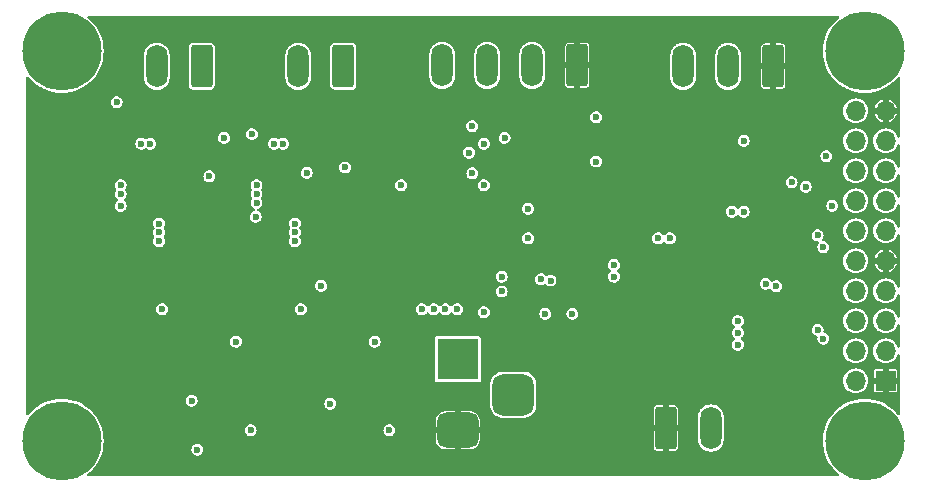
<source format=gbr>
%TF.GenerationSoftware,KiCad,Pcbnew,8.0.5*%
%TF.CreationDate,2024-11-23T14:45:08-05:00*%
%TF.ProjectId,wesp_card_access,77657370-5f63-4617-9264-5f6163636573,rev?*%
%TF.SameCoordinates,Original*%
%TF.FileFunction,Copper,L2,Inr*%
%TF.FilePolarity,Positive*%
%FSLAX46Y46*%
G04 Gerber Fmt 4.6, Leading zero omitted, Abs format (unit mm)*
G04 Created by KiCad (PCBNEW 8.0.5) date 2024-11-23 14:45:08*
%MOMM*%
%LPD*%
G01*
G04 APERTURE LIST*
G04 Aperture macros list*
%AMRoundRect*
0 Rectangle with rounded corners*
0 $1 Rounding radius*
0 $2 $3 $4 $5 $6 $7 $8 $9 X,Y pos of 4 corners*
0 Add a 4 corners polygon primitive as box body*
4,1,4,$2,$3,$4,$5,$6,$7,$8,$9,$2,$3,0*
0 Add four circle primitives for the rounded corners*
1,1,$1+$1,$2,$3*
1,1,$1+$1,$4,$5*
1,1,$1+$1,$6,$7*
1,1,$1+$1,$8,$9*
0 Add four rect primitives between the rounded corners*
20,1,$1+$1,$2,$3,$4,$5,0*
20,1,$1+$1,$4,$5,$6,$7,0*
20,1,$1+$1,$6,$7,$8,$9,0*
20,1,$1+$1,$8,$9,$2,$3,0*%
G04 Aperture macros list end*
%TA.AperFunction,ComponentPad*%
%ADD10RoundRect,0.250000X-0.650000X-1.550000X0.650000X-1.550000X0.650000X1.550000X-0.650000X1.550000X0*%
%TD*%
%TA.AperFunction,ComponentPad*%
%ADD11O,1.800000X3.600000*%
%TD*%
%TA.AperFunction,ComponentPad*%
%ADD12R,3.500000X3.500000*%
%TD*%
%TA.AperFunction,ComponentPad*%
%ADD13RoundRect,0.750000X1.000000X-0.750000X1.000000X0.750000X-1.000000X0.750000X-1.000000X-0.750000X0*%
%TD*%
%TA.AperFunction,ComponentPad*%
%ADD14RoundRect,0.875000X0.875000X-0.875000X0.875000X0.875000X-0.875000X0.875000X-0.875000X-0.875000X0*%
%TD*%
%TA.AperFunction,ComponentPad*%
%ADD15R,1.700000X1.700000*%
%TD*%
%TA.AperFunction,ComponentPad*%
%ADD16O,1.700000X1.700000*%
%TD*%
%TA.AperFunction,ComponentPad*%
%ADD17C,6.700000*%
%TD*%
%TA.AperFunction,ComponentPad*%
%ADD18RoundRect,0.250000X0.650000X1.550000X-0.650000X1.550000X-0.650000X-1.550000X0.650000X-1.550000X0*%
%TD*%
%TA.AperFunction,ViaPad*%
%ADD19C,0.600000*%
%TD*%
G04 APERTURE END LIST*
D10*
%TO.N,GND*%
%TO.C,J2*%
X156150000Y-114817500D03*
D11*
%TO.N,Net-(J2-Pin_2)*%
X159960000Y-114817500D03*
%TD*%
D12*
%TO.N,Net-(J2-Pin_2)*%
%TO.C,J6*%
X138542500Y-109000000D03*
D13*
%TO.N,GND*%
X138542500Y-115000000D03*
D14*
%TO.N,N/C*%
X143242500Y-112000000D03*
%TD*%
D15*
%TO.N,GND*%
%TO.C,U1*%
X174770000Y-110817500D03*
D16*
%TO.N,+3V3*%
X172230000Y-110817500D03*
%TO.N,unconnected-(U1-IO23-Pad3)*%
X174770000Y-108277500D03*
%TO.N,RS485_RE*%
X172230000Y-108277500D03*
%TO.N,RS485_RO*%
X174770000Y-105737500D03*
%TO.N,WIE_1*%
X172230000Y-105737500D03*
%TO.N,unconnected-(U1-IO32-Pad7)*%
X174770000Y-103197500D03*
%TO.N,WIE_0*%
X172230000Y-103197500D03*
%TO.N,GND*%
X174770000Y-100657500D03*
%TO.N,RS485_DI*%
X172230000Y-100657500D03*
%TO.N,STRIKE_1*%
X174770000Y-98117500D03*
%TO.N,Net-(U1-IO5)*%
X172230000Y-98117500D03*
%TO.N,STRIKE_0*%
X174770000Y-95577500D03*
%TO.N,Net-(U1-IO14)*%
X172230000Y-95577500D03*
%TO.N,SCL*%
X174770000Y-93037500D03*
%TO.N,RS485_DE*%
X172230000Y-93037500D03*
%TO.N,SDA*%
X174770000Y-90497500D03*
%TO.N,unconnected-(U1-IO2-Pad18)*%
X172230000Y-90497500D03*
%TO.N,GND*%
X174770000Y-87957500D03*
%TO.N,+12V*%
X172230000Y-87957500D03*
D17*
%TO.N,N/C*%
X105000000Y-82887500D03*
X105000000Y-115887500D03*
X173000000Y-82887500D03*
X173000000Y-115887500D03*
%TD*%
D18*
%TO.N,Net-(D4-A)*%
%TO.C,J5*%
X116850000Y-84182500D03*
D11*
%TO.N,Net-(J5-Pin_2)*%
X113040000Y-84182500D03*
%TD*%
D18*
%TO.N,GND*%
%TO.C,J3*%
X165255000Y-84182500D03*
D11*
%TO.N,Net-(J3-Pin_2)*%
X161445000Y-84182500D03*
%TO.N,Net-(J3-Pin_3)*%
X157635000Y-84182500D03*
%TD*%
D18*
%TO.N,Net-(D3-A)*%
%TO.C,J4*%
X128850000Y-84182500D03*
D11*
%TO.N,Net-(J4-Pin_2)*%
X125040000Y-84182500D03*
%TD*%
D18*
%TO.N,GND*%
%TO.C,J1*%
X148660000Y-84115000D03*
D11*
%TO.N,Net-(J1-Pin_2)*%
X144850000Y-84115000D03*
%TO.N,Net-(J1-Pin_3)*%
X141040000Y-84115000D03*
%TO.N,Net-(J1-Pin_4)*%
X137230000Y-84115000D03*
%TD*%
D19*
%TO.N,Net-(U1-IO5)*%
X168000000Y-94400000D03*
X165500000Y-102800000D03*
%TO.N,Net-(U1-IO14)*%
X166800000Y-94000000D03*
X164600000Y-102600000D03*
%TO.N,GND*%
X111000000Y-101000000D03*
X163500000Y-88500000D03*
X121000000Y-113250000D03*
X132500000Y-93500000D03*
X116000000Y-94000000D03*
X128750000Y-107500000D03*
X143500000Y-92250000D03*
X116000000Y-95500000D03*
X132750000Y-113250000D03*
X128500000Y-94500000D03*
X151250000Y-105150000D03*
X151250000Y-102750000D03*
X116750000Y-95250000D03*
X122500000Y-101000000D03*
X117000000Y-89500000D03*
X159000000Y-99000000D03*
X154500000Y-92250000D03*
X154250000Y-88500000D03*
X121000000Y-111250000D03*
X128500000Y-95250000D03*
X137000000Y-90500000D03*
X161250000Y-92000000D03*
X138250000Y-89000000D03*
X155500000Y-100000000D03*
X127750000Y-94000000D03*
X116000000Y-94750000D03*
X159000000Y-105250000D03*
X120500000Y-93500000D03*
X130000000Y-88000000D03*
X110796416Y-90448868D03*
X116750000Y-94500000D03*
X122125000Y-90125000D03*
X117000000Y-107500000D03*
X127750000Y-95500000D03*
X155750000Y-93250000D03*
X127750000Y-94750000D03*
X132750000Y-111500000D03*
%TO.N,STRIKE_1*%
X121000000Y-115000000D03*
X169500000Y-99500000D03*
X169500000Y-107250000D03*
%TO.N,STRIKE_0*%
X169000000Y-98500000D03*
X169000000Y-106500000D03*
X132750000Y-115000000D03*
%TO.N,SCL*%
X156500000Y-98750000D03*
X151750000Y-102000000D03*
X162750000Y-96500000D03*
%TO.N,WIE_1*%
X150250000Y-92250000D03*
%TO.N,RS485_DI*%
X169750000Y-91795000D03*
X170250000Y-96000000D03*
%TO.N,WIE_0*%
X150250000Y-88500000D03*
%TO.N,+12V*%
X129000000Y-92750000D03*
X110000000Y-94250000D03*
X136500000Y-104750000D03*
X112500000Y-90750000D03*
X121500000Y-95000000D03*
X127750000Y-112750000D03*
X117500000Y-93500000D03*
X119750000Y-107500000D03*
X131500000Y-107500000D03*
X116000000Y-112500000D03*
X110000000Y-95000000D03*
X137500000Y-104750000D03*
X123000000Y-90750000D03*
X110000000Y-96000000D03*
X162250000Y-106750000D03*
X162250000Y-107750000D03*
X138500000Y-104750000D03*
X135500000Y-104750000D03*
X121500000Y-95750000D03*
X111750000Y-90750000D03*
X121500000Y-94250000D03*
X123750000Y-90750000D03*
X162250000Y-105750000D03*
%TO.N,SDA*%
X151750000Y-101000000D03*
X155500000Y-98750000D03*
X161750000Y-96500000D03*
%TO.N,+3V3*%
X140750000Y-94250000D03*
X133750000Y-94250000D03*
%TO.N,STRIKE_FB0*%
X140750000Y-105000000D03*
X125250000Y-104750000D03*
%TO.N,Net-(D3-A)*%
X124750000Y-99000000D03*
X126972500Y-102775000D03*
X124750000Y-98250000D03*
X124750000Y-97500000D03*
%TO.N,READER_FUSE_FB*%
X144500000Y-96250000D03*
X142500000Y-90250000D03*
X144500000Y-98750000D03*
%TO.N,STRIKE_FB1*%
X142250000Y-102000000D03*
X113500000Y-104750000D03*
%TO.N,Net-(D4-A)*%
X113250000Y-99000000D03*
X113250000Y-98250000D03*
X113250000Y-97500000D03*
%TO.N,12v_fb*%
X162750000Y-90500000D03*
X142250000Y-103250000D03*
%TO.N,Net-(D9-A)*%
X116500000Y-116650000D03*
X109650000Y-87225000D03*
%TO.N,Net-(U4-IN+)*%
X139750000Y-89250000D03*
X139500000Y-91500000D03*
%TO.N,READER_CURRENT*%
X140750000Y-90750000D03*
X139775000Y-93250000D03*
%TO.N,STRIKE_0_CURRENT*%
X125750000Y-93208701D03*
X145600000Y-102225000D03*
%TO.N,STRIKE_1_CURRENT*%
X146392985Y-102330731D03*
X148248527Y-105150000D03*
X145950000Y-105150000D03*
X118750000Y-90250000D03*
%TO.N,Net-(D8-A)*%
X121100000Y-89925000D03*
X121425000Y-96925000D03*
%TD*%
%TA.AperFunction,Conductor*%
%TO.N,GND*%
G36*
X170779146Y-79907685D02*
G01*
X170824901Y-79960489D01*
X170834845Y-80029647D01*
X170805820Y-80093203D01*
X170790143Y-80108366D01*
X170620995Y-80245339D01*
X170620987Y-80245346D01*
X170357846Y-80508487D01*
X170357839Y-80508495D01*
X170123641Y-80797705D01*
X169920959Y-81109809D01*
X169752006Y-81441396D01*
X169618641Y-81788821D01*
X169522319Y-82148299D01*
X169522319Y-82148301D01*
X169464104Y-82515860D01*
X169444627Y-82887499D01*
X169444627Y-82887500D01*
X169464104Y-83259139D01*
X169522319Y-83626698D01*
X169522319Y-83626700D01*
X169618641Y-83986178D01*
X169752006Y-84333603D01*
X169920959Y-84665191D01*
X170123641Y-84977294D01*
X170278971Y-85169110D01*
X170357843Y-85266509D01*
X170620991Y-85529657D01*
X170781072Y-85659288D01*
X170910205Y-85763858D01*
X171189728Y-85945382D01*
X171222313Y-85966543D01*
X171498957Y-86107500D01*
X171553503Y-86135293D01*
X171553900Y-86135495D01*
X171901329Y-86268861D01*
X172260796Y-86365180D01*
X172628362Y-86423396D01*
X172979444Y-86441795D01*
X172999999Y-86442873D01*
X173000000Y-86442873D01*
X173000001Y-86442873D01*
X173019478Y-86441852D01*
X173371638Y-86423396D01*
X173739204Y-86365180D01*
X174098671Y-86268861D01*
X174446100Y-86135495D01*
X174777687Y-85966543D01*
X175089796Y-85763857D01*
X175379009Y-85529657D01*
X175642157Y-85266509D01*
X175779134Y-85097355D01*
X175836621Y-85057645D01*
X175906452Y-85055317D01*
X175966456Y-85091112D01*
X175997582Y-85153666D01*
X175999500Y-85175392D01*
X175999500Y-90095816D01*
X175979815Y-90162855D01*
X175927011Y-90208610D01*
X175857853Y-90218554D01*
X175794297Y-90189529D01*
X175756839Y-90131811D01*
X175745232Y-90093546D01*
X175647685Y-89911050D01*
X175548381Y-89790047D01*
X175516410Y-89751089D01*
X175356452Y-89619817D01*
X175356453Y-89619817D01*
X175356450Y-89619815D01*
X175173954Y-89522268D01*
X174975934Y-89462200D01*
X174975932Y-89462199D01*
X174975934Y-89462199D01*
X174770000Y-89441917D01*
X174564067Y-89462199D01*
X174366043Y-89522269D01*
X174255898Y-89581143D01*
X174183550Y-89619815D01*
X174183548Y-89619816D01*
X174183547Y-89619817D01*
X174023589Y-89751089D01*
X173892317Y-89911047D01*
X173794769Y-90093543D01*
X173734699Y-90291567D01*
X173714417Y-90497500D01*
X173734699Y-90703432D01*
X173756801Y-90776293D01*
X173794768Y-90901454D01*
X173892315Y-91083950D01*
X173892317Y-91083952D01*
X174023589Y-91243910D01*
X174085234Y-91294500D01*
X174183550Y-91375185D01*
X174366046Y-91472732D01*
X174564066Y-91532800D01*
X174564065Y-91532800D01*
X174582529Y-91534618D01*
X174770000Y-91553083D01*
X174975934Y-91532800D01*
X175173954Y-91472732D01*
X175356450Y-91375185D01*
X175516410Y-91243910D01*
X175647685Y-91083950D01*
X175745232Y-90901454D01*
X175756839Y-90863187D01*
X175795136Y-90804750D01*
X175858948Y-90776293D01*
X175928015Y-90786852D01*
X175980409Y-90833076D01*
X175999500Y-90899183D01*
X175999500Y-92635816D01*
X175979815Y-92702855D01*
X175927011Y-92748610D01*
X175857853Y-92758554D01*
X175794297Y-92729529D01*
X175756839Y-92671811D01*
X175745232Y-92633546D01*
X175647685Y-92451050D01*
X175579410Y-92367856D01*
X175516410Y-92291089D01*
X175356452Y-92159817D01*
X175356453Y-92159817D01*
X175356450Y-92159815D01*
X175173954Y-92062268D01*
X174975934Y-92002200D01*
X174975932Y-92002199D01*
X174975934Y-92002199D01*
X174770000Y-91981917D01*
X174564067Y-92002199D01*
X174366043Y-92062269D01*
X174281343Y-92107543D01*
X174183550Y-92159815D01*
X174183548Y-92159816D01*
X174183547Y-92159817D01*
X174023589Y-92291089D01*
X173892317Y-92451047D01*
X173794769Y-92633543D01*
X173734699Y-92831567D01*
X173714417Y-93037500D01*
X173734699Y-93243432D01*
X173736843Y-93250499D01*
X173794768Y-93441454D01*
X173892315Y-93623950D01*
X173907503Y-93642457D01*
X174023589Y-93783910D01*
X174113313Y-93857543D01*
X174183550Y-93915185D01*
X174366046Y-94012732D01*
X174564066Y-94072800D01*
X174564065Y-94072800D01*
X174582529Y-94074618D01*
X174770000Y-94093083D01*
X174975934Y-94072800D01*
X175173954Y-94012732D01*
X175356450Y-93915185D01*
X175516410Y-93783910D01*
X175647685Y-93623950D01*
X175745232Y-93441454D01*
X175756839Y-93403187D01*
X175795136Y-93344750D01*
X175858948Y-93316293D01*
X175928015Y-93326852D01*
X175980409Y-93373076D01*
X175999500Y-93439183D01*
X175999500Y-95175816D01*
X175979815Y-95242855D01*
X175927011Y-95288610D01*
X175857853Y-95298554D01*
X175794297Y-95269529D01*
X175756839Y-95211811D01*
X175745232Y-95173546D01*
X175647685Y-94991050D01*
X175573372Y-94900499D01*
X175516410Y-94831089D01*
X175368803Y-94709953D01*
X175356450Y-94699815D01*
X175173954Y-94602268D01*
X174975934Y-94542200D01*
X174975932Y-94542199D01*
X174975934Y-94542199D01*
X174770000Y-94521917D01*
X174564067Y-94542199D01*
X174366043Y-94602269D01*
X174310154Y-94632143D01*
X174183550Y-94699815D01*
X174183548Y-94699816D01*
X174183547Y-94699817D01*
X174023589Y-94831089D01*
X173892317Y-94991047D01*
X173794769Y-95173543D01*
X173734699Y-95371567D01*
X173714417Y-95577500D01*
X173734699Y-95783432D01*
X173734700Y-95783434D01*
X173794768Y-95981454D01*
X173892315Y-96163950D01*
X173892317Y-96163952D01*
X174023589Y-96323910D01*
X174107114Y-96392456D01*
X174183550Y-96455185D01*
X174366046Y-96552732D01*
X174564066Y-96612800D01*
X174564065Y-96612800D01*
X174582529Y-96614618D01*
X174770000Y-96633083D01*
X174975934Y-96612800D01*
X175173954Y-96552732D01*
X175356450Y-96455185D01*
X175516410Y-96323910D01*
X175647685Y-96163950D01*
X175745232Y-95981454D01*
X175756839Y-95943187D01*
X175795136Y-95884750D01*
X175858948Y-95856293D01*
X175928015Y-95866852D01*
X175980409Y-95913076D01*
X175999500Y-95979183D01*
X175999500Y-97715816D01*
X175979815Y-97782855D01*
X175927011Y-97828610D01*
X175857853Y-97838554D01*
X175794297Y-97809529D01*
X175756839Y-97751811D01*
X175745232Y-97713546D01*
X175647685Y-97531050D01*
X175561062Y-97425499D01*
X175516410Y-97371089D01*
X175356452Y-97239817D01*
X175356453Y-97239817D01*
X175356450Y-97239815D01*
X175173954Y-97142268D01*
X174975934Y-97082200D01*
X174975932Y-97082199D01*
X174975934Y-97082199D01*
X174770000Y-97061917D01*
X174564067Y-97082199D01*
X174366043Y-97142269D01*
X174261086Y-97198371D01*
X174183550Y-97239815D01*
X174183548Y-97239816D01*
X174183547Y-97239817D01*
X174023589Y-97371089D01*
X173892317Y-97531047D01*
X173794769Y-97713543D01*
X173734699Y-97911567D01*
X173714417Y-98117500D01*
X173734699Y-98323432D01*
X173748175Y-98367856D01*
X173794768Y-98521454D01*
X173892315Y-98703950D01*
X173910926Y-98726628D01*
X174023589Y-98863910D01*
X174100479Y-98927011D01*
X174183550Y-98995185D01*
X174366046Y-99092732D01*
X174564066Y-99152800D01*
X174564065Y-99152800D01*
X174582529Y-99154618D01*
X174770000Y-99173083D01*
X174975934Y-99152800D01*
X175173954Y-99092732D01*
X175356450Y-98995185D01*
X175516410Y-98863910D01*
X175647685Y-98703950D01*
X175745232Y-98521454D01*
X175756839Y-98483187D01*
X175795136Y-98424750D01*
X175858948Y-98396293D01*
X175928015Y-98406852D01*
X175980409Y-98453076D01*
X175999500Y-98519183D01*
X175999500Y-102795816D01*
X175979815Y-102862855D01*
X175927011Y-102908610D01*
X175857853Y-102918554D01*
X175794297Y-102889529D01*
X175756839Y-102831811D01*
X175756663Y-102831230D01*
X175745232Y-102793546D01*
X175647685Y-102611050D01*
X175578401Y-102526627D01*
X175516410Y-102451089D01*
X175369751Y-102330731D01*
X175356450Y-102319815D01*
X175173954Y-102222268D01*
X174975934Y-102162200D01*
X174975932Y-102162199D01*
X174975934Y-102162199D01*
X174770000Y-102141917D01*
X174564067Y-102162199D01*
X174366043Y-102222269D01*
X174270440Y-102273371D01*
X174183550Y-102319815D01*
X174183548Y-102319816D01*
X174183547Y-102319817D01*
X174023589Y-102451089D01*
X173892317Y-102611047D01*
X173794769Y-102793543D01*
X173734699Y-102991567D01*
X173714417Y-103197500D01*
X173734699Y-103403432D01*
X173734700Y-103403434D01*
X173794768Y-103601454D01*
X173892315Y-103783950D01*
X173892317Y-103783952D01*
X174023589Y-103943910D01*
X174120209Y-104023202D01*
X174183550Y-104075185D01*
X174366046Y-104172732D01*
X174564066Y-104232800D01*
X174564065Y-104232800D01*
X174582529Y-104234618D01*
X174770000Y-104253083D01*
X174975934Y-104232800D01*
X175173954Y-104172732D01*
X175356450Y-104075185D01*
X175516410Y-103943910D01*
X175647685Y-103783950D01*
X175745232Y-103601454D01*
X175756839Y-103563187D01*
X175795136Y-103504750D01*
X175858948Y-103476293D01*
X175928015Y-103486852D01*
X175980409Y-103533076D01*
X175999500Y-103599183D01*
X175999500Y-105335816D01*
X175979815Y-105402855D01*
X175927011Y-105448610D01*
X175857853Y-105458554D01*
X175794297Y-105429529D01*
X175756839Y-105371811D01*
X175755640Y-105367857D01*
X175745232Y-105333546D01*
X175647685Y-105151050D01*
X175560984Y-105045404D01*
X175516410Y-104991089D01*
X175376937Y-104876628D01*
X175356450Y-104859815D01*
X175173954Y-104762268D01*
X174975934Y-104702200D01*
X174975932Y-104702199D01*
X174975934Y-104702199D01*
X174770000Y-104681917D01*
X174564067Y-104702199D01*
X174366043Y-104762269D01*
X174255898Y-104821143D01*
X174183550Y-104859815D01*
X174183548Y-104859816D01*
X174183547Y-104859817D01*
X174023589Y-104991089D01*
X173892317Y-105151047D01*
X173794769Y-105333543D01*
X173734699Y-105531567D01*
X173714417Y-105737500D01*
X173734699Y-105943432D01*
X173734700Y-105943434D01*
X173791944Y-106132145D01*
X173794769Y-106141456D01*
X173801502Y-106154054D01*
X173892315Y-106323950D01*
X173917235Y-106354315D01*
X174023589Y-106483910D01*
X174120209Y-106563202D01*
X174183550Y-106615185D01*
X174366046Y-106712732D01*
X174564066Y-106772800D01*
X174564065Y-106772800D01*
X174582529Y-106774618D01*
X174770000Y-106793083D01*
X174975934Y-106772800D01*
X175173954Y-106712732D01*
X175356450Y-106615185D01*
X175516410Y-106483910D01*
X175647685Y-106323950D01*
X175745232Y-106141454D01*
X175756839Y-106103187D01*
X175795136Y-106044750D01*
X175858948Y-106016293D01*
X175928015Y-106026852D01*
X175980409Y-106073076D01*
X175999500Y-106139183D01*
X175999500Y-107875816D01*
X175979815Y-107942855D01*
X175927011Y-107988610D01*
X175857853Y-107998554D01*
X175794297Y-107969529D01*
X175756839Y-107911811D01*
X175745232Y-107873546D01*
X175647685Y-107691050D01*
X175579153Y-107607543D01*
X175516410Y-107531089D01*
X175356452Y-107399817D01*
X175356453Y-107399817D01*
X175356450Y-107399815D01*
X175173954Y-107302268D01*
X174975934Y-107242200D01*
X174975932Y-107242199D01*
X174975934Y-107242199D01*
X174770000Y-107221917D01*
X174564067Y-107242199D01*
X174366043Y-107302269D01*
X174268674Y-107354315D01*
X174183550Y-107399815D01*
X174183548Y-107399816D01*
X174183547Y-107399817D01*
X174023589Y-107531089D01*
X173892317Y-107691047D01*
X173794769Y-107873543D01*
X173734699Y-108071567D01*
X173714417Y-108277500D01*
X173734699Y-108483432D01*
X173734700Y-108483434D01*
X173794768Y-108681454D01*
X173892315Y-108863950D01*
X173892317Y-108863952D01*
X174023589Y-109023910D01*
X174120209Y-109103202D01*
X174183550Y-109155185D01*
X174366046Y-109252732D01*
X174564066Y-109312800D01*
X174564065Y-109312800D01*
X174582529Y-109314618D01*
X174770000Y-109333083D01*
X174975934Y-109312800D01*
X175173954Y-109252732D01*
X175356450Y-109155185D01*
X175516410Y-109023910D01*
X175647685Y-108863950D01*
X175745232Y-108681454D01*
X175756839Y-108643187D01*
X175795136Y-108584750D01*
X175858948Y-108556293D01*
X175928015Y-108566852D01*
X175980409Y-108613076D01*
X175999500Y-108679183D01*
X175999500Y-113599607D01*
X175979815Y-113666646D01*
X175927011Y-113712401D01*
X175857853Y-113722345D01*
X175794297Y-113693320D01*
X175779134Y-113677643D01*
X175642160Y-113508495D01*
X175642157Y-113508491D01*
X175379009Y-113245343D01*
X175327911Y-113203965D01*
X175089794Y-113011141D01*
X174777691Y-112808459D01*
X174446103Y-112639506D01*
X174098678Y-112506141D01*
X174098671Y-112506139D01*
X173739204Y-112409820D01*
X173739200Y-112409819D01*
X173739199Y-112409819D01*
X173371639Y-112351604D01*
X173000001Y-112332127D01*
X172999999Y-112332127D01*
X172628360Y-112351604D01*
X172260801Y-112409819D01*
X172260799Y-112409819D01*
X171901321Y-112506141D01*
X171553896Y-112639506D01*
X171222309Y-112808459D01*
X170910205Y-113011141D01*
X170620995Y-113245339D01*
X170620987Y-113245346D01*
X170357846Y-113508487D01*
X170357839Y-113508495D01*
X170123641Y-113797705D01*
X169920959Y-114109809D01*
X169752006Y-114441396D01*
X169618641Y-114788821D01*
X169522319Y-115148299D01*
X169522319Y-115148301D01*
X169485283Y-115382143D01*
X169464104Y-115515862D01*
X169444627Y-115887500D01*
X169464104Y-116259138D01*
X169522320Y-116626704D01*
X169566733Y-116792457D01*
X169618641Y-116986178D01*
X169752006Y-117333603D01*
X169920959Y-117665191D01*
X170123641Y-117977294D01*
X170284058Y-118175392D01*
X170357843Y-118266509D01*
X170620991Y-118529657D01*
X170620995Y-118529660D01*
X170790143Y-118666634D01*
X170829854Y-118724121D01*
X170832182Y-118793952D01*
X170796386Y-118853956D01*
X170733833Y-118885082D01*
X170712107Y-118887000D01*
X107287893Y-118887000D01*
X107220854Y-118867315D01*
X107175099Y-118814511D01*
X107165155Y-118745353D01*
X107194180Y-118681797D01*
X107209857Y-118666634D01*
X107260789Y-118625389D01*
X107379009Y-118529657D01*
X107642157Y-118266509D01*
X107876357Y-117977296D01*
X108079043Y-117665187D01*
X108247995Y-117333600D01*
X108381361Y-116986171D01*
X108471438Y-116650000D01*
X115994353Y-116650000D01*
X116014834Y-116792456D01*
X116026500Y-116818000D01*
X116074623Y-116923373D01*
X116168872Y-117032143D01*
X116289947Y-117109953D01*
X116289950Y-117109954D01*
X116289949Y-117109954D01*
X116428036Y-117150499D01*
X116428038Y-117150500D01*
X116428039Y-117150500D01*
X116571962Y-117150500D01*
X116571962Y-117150499D01*
X116710053Y-117109953D01*
X116831128Y-117032143D01*
X116925377Y-116923373D01*
X116985165Y-116792457D01*
X117005647Y-116650000D01*
X116985165Y-116507543D01*
X116925377Y-116376627D01*
X116831128Y-116267857D01*
X116710053Y-116190047D01*
X116710051Y-116190046D01*
X116710049Y-116190045D01*
X116710050Y-116190045D01*
X116571963Y-116149500D01*
X116571961Y-116149500D01*
X116428039Y-116149500D01*
X116428036Y-116149500D01*
X116289949Y-116190045D01*
X116168873Y-116267856D01*
X116074623Y-116376626D01*
X116074622Y-116376628D01*
X116014834Y-116507543D01*
X115994353Y-116650000D01*
X108471438Y-116650000D01*
X108477680Y-116626704D01*
X108535896Y-116259138D01*
X108555373Y-115887500D01*
X108535896Y-115515862D01*
X108477680Y-115148296D01*
X108437944Y-115000000D01*
X120494353Y-115000000D01*
X120514834Y-115142456D01*
X120537914Y-115192993D01*
X120574623Y-115273373D01*
X120668872Y-115382143D01*
X120789947Y-115459953D01*
X120789950Y-115459954D01*
X120789949Y-115459954D01*
X120897107Y-115491417D01*
X120926336Y-115500000D01*
X120928036Y-115500499D01*
X120928038Y-115500500D01*
X120928039Y-115500500D01*
X121071962Y-115500500D01*
X121071962Y-115500499D01*
X121210053Y-115459953D01*
X121331128Y-115382143D01*
X121425377Y-115273373D01*
X121485165Y-115142457D01*
X121505647Y-115000000D01*
X132244353Y-115000000D01*
X132264834Y-115142456D01*
X132287914Y-115192993D01*
X132324623Y-115273373D01*
X132418872Y-115382143D01*
X132539947Y-115459953D01*
X132539950Y-115459954D01*
X132539949Y-115459954D01*
X132647107Y-115491417D01*
X132676336Y-115500000D01*
X132678036Y-115500499D01*
X132678038Y-115500500D01*
X132678039Y-115500500D01*
X132821962Y-115500500D01*
X132821962Y-115500499D01*
X132960053Y-115459953D01*
X133081128Y-115382143D01*
X133175377Y-115273373D01*
X133235165Y-115142457D01*
X133255647Y-115000000D01*
X133235165Y-114857543D01*
X133175377Y-114726627D01*
X133081128Y-114617857D01*
X132960053Y-114540047D01*
X132960051Y-114540046D01*
X132960049Y-114540045D01*
X132960050Y-114540045D01*
X132821963Y-114499500D01*
X132821961Y-114499500D01*
X132678039Y-114499500D01*
X132678036Y-114499500D01*
X132539949Y-114540045D01*
X132418873Y-114617856D01*
X132324623Y-114726626D01*
X132324622Y-114726628D01*
X132264834Y-114857543D01*
X132244353Y-115000000D01*
X121505647Y-115000000D01*
X121485165Y-114857543D01*
X121425377Y-114726627D01*
X121331128Y-114617857D01*
X121210053Y-114540047D01*
X121210051Y-114540046D01*
X121210049Y-114540045D01*
X121210050Y-114540045D01*
X121071963Y-114499500D01*
X121071961Y-114499500D01*
X120928039Y-114499500D01*
X120928036Y-114499500D01*
X120789949Y-114540045D01*
X120668873Y-114617856D01*
X120574623Y-114726626D01*
X120574622Y-114726628D01*
X120514834Y-114857543D01*
X120494353Y-115000000D01*
X108437944Y-115000000D01*
X108381361Y-114788829D01*
X108247995Y-114441400D01*
X108111698Y-114173903D01*
X136667500Y-114173903D01*
X136667500Y-114750000D01*
X137109488Y-114750000D01*
X137076575Y-114807007D01*
X137042500Y-114934174D01*
X137042500Y-115065826D01*
X137076575Y-115192993D01*
X137109488Y-115250000D01*
X136667500Y-115250000D01*
X136667500Y-115826096D01*
X136670397Y-115868824D01*
X136716331Y-116053523D01*
X136800890Y-116224022D01*
X136800892Y-116224025D01*
X136920132Y-116372366D01*
X136920133Y-116372367D01*
X137068474Y-116491607D01*
X137068477Y-116491609D01*
X137238976Y-116576168D01*
X137423675Y-116622102D01*
X137466403Y-116625000D01*
X138292500Y-116625000D01*
X138292500Y-115500000D01*
X138792500Y-115500000D01*
X138792500Y-116625000D01*
X139618597Y-116625000D01*
X139661324Y-116622102D01*
X139846023Y-116576168D01*
X140016522Y-116491609D01*
X140016525Y-116491607D01*
X140164866Y-116372367D01*
X140164867Y-116372366D01*
X140284107Y-116224025D01*
X140284109Y-116224022D01*
X140368668Y-116053523D01*
X140414602Y-115868824D01*
X140417500Y-115826096D01*
X140417500Y-115250000D01*
X139975512Y-115250000D01*
X140008425Y-115192993D01*
X140042500Y-115065826D01*
X140042500Y-114934174D01*
X140008425Y-114807007D01*
X139975512Y-114750000D01*
X140417500Y-114750000D01*
X140417500Y-114173903D01*
X140414602Y-114131175D01*
X140368668Y-113946476D01*
X140284109Y-113775977D01*
X140284107Y-113775974D01*
X140164867Y-113627633D01*
X140164866Y-113627632D01*
X140016525Y-113508392D01*
X140016522Y-113508390D01*
X139846023Y-113423831D01*
X139661324Y-113377897D01*
X139618597Y-113375000D01*
X138792500Y-113375000D01*
X138792500Y-114500000D01*
X138292500Y-114500000D01*
X138292500Y-113375000D01*
X137466403Y-113375000D01*
X137423675Y-113377897D01*
X137238976Y-113423831D01*
X137068477Y-113508390D01*
X137068474Y-113508392D01*
X136920133Y-113627632D01*
X136920132Y-113627633D01*
X136800892Y-113775974D01*
X136800890Y-113775977D01*
X136716331Y-113946476D01*
X136670397Y-114131175D01*
X136667500Y-114173903D01*
X108111698Y-114173903D01*
X108079043Y-114109814D01*
X107975584Y-113950500D01*
X107876358Y-113797705D01*
X107686196Y-113562875D01*
X107642157Y-113508491D01*
X107379009Y-113245343D01*
X107327911Y-113203965D01*
X107089794Y-113011141D01*
X106777691Y-112808459D01*
X106446103Y-112639506D01*
X106098678Y-112506141D01*
X106098671Y-112506139D01*
X106075760Y-112500000D01*
X115494353Y-112500000D01*
X115514834Y-112642456D01*
X115563949Y-112750000D01*
X115574623Y-112773373D01*
X115668872Y-112882143D01*
X115789947Y-112959953D01*
X115789950Y-112959954D01*
X115789949Y-112959954D01*
X115928036Y-113000499D01*
X115928038Y-113000500D01*
X115928039Y-113000500D01*
X116071962Y-113000500D01*
X116071962Y-113000499D01*
X116210053Y-112959953D01*
X116331128Y-112882143D01*
X116425377Y-112773373D01*
X116436051Y-112750000D01*
X127244353Y-112750000D01*
X127264834Y-112892456D01*
X127314177Y-113000499D01*
X127324623Y-113023373D01*
X127418872Y-113132143D01*
X127539947Y-113209953D01*
X127539950Y-113209954D01*
X127539949Y-113209954D01*
X127678036Y-113250499D01*
X127678038Y-113250500D01*
X127678039Y-113250500D01*
X127821962Y-113250500D01*
X127821962Y-113250499D01*
X127960053Y-113209953D01*
X128081128Y-113132143D01*
X128175377Y-113023373D01*
X128235165Y-112892457D01*
X128255647Y-112750000D01*
X128235165Y-112607543D01*
X128175377Y-112476627D01*
X128081128Y-112367857D01*
X127960053Y-112290047D01*
X127960051Y-112290046D01*
X127960049Y-112290045D01*
X127960050Y-112290045D01*
X127821963Y-112249500D01*
X127821961Y-112249500D01*
X127678039Y-112249500D01*
X127678036Y-112249500D01*
X127539949Y-112290045D01*
X127418873Y-112367856D01*
X127324623Y-112476626D01*
X127324622Y-112476628D01*
X127264834Y-112607543D01*
X127244353Y-112750000D01*
X116436051Y-112750000D01*
X116485165Y-112642457D01*
X116505647Y-112500000D01*
X116485165Y-112357543D01*
X116425377Y-112226627D01*
X116331128Y-112117857D01*
X116210053Y-112040047D01*
X116210051Y-112040046D01*
X116210049Y-112040045D01*
X116210050Y-112040045D01*
X116071963Y-111999500D01*
X116071961Y-111999500D01*
X115928039Y-111999500D01*
X115928036Y-111999500D01*
X115789949Y-112040045D01*
X115668873Y-112117856D01*
X115574623Y-112226626D01*
X115574622Y-112226628D01*
X115514834Y-112357543D01*
X115494353Y-112500000D01*
X106075760Y-112500000D01*
X105739204Y-112409820D01*
X105739200Y-112409819D01*
X105739199Y-112409819D01*
X105371639Y-112351604D01*
X105000001Y-112332127D01*
X104999999Y-112332127D01*
X104628360Y-112351604D01*
X104260801Y-112409819D01*
X104260799Y-112409819D01*
X103901321Y-112506141D01*
X103553896Y-112639506D01*
X103222309Y-112808459D01*
X102910205Y-113011141D01*
X102620995Y-113245339D01*
X102620987Y-113245346D01*
X102357846Y-113508487D01*
X102357839Y-113508495D01*
X102220866Y-113677643D01*
X102163379Y-113717354D01*
X102093548Y-113719682D01*
X102033544Y-113683886D01*
X102002418Y-113621333D01*
X102000500Y-113599607D01*
X102000500Y-111042882D01*
X141292000Y-111042882D01*
X141292000Y-112957118D01*
X141294749Y-113003263D01*
X141294749Y-113003267D01*
X141294750Y-113003268D01*
X141338407Y-113203961D01*
X141338409Y-113203968D01*
X141396967Y-113340712D01*
X141419263Y-113392777D01*
X141419266Y-113392781D01*
X141534382Y-113562868D01*
X141534390Y-113562877D01*
X141679622Y-113708109D01*
X141679631Y-113708117D01*
X141779892Y-113775974D01*
X141849723Y-113823237D01*
X141849728Y-113823239D01*
X142038531Y-113904090D01*
X142038538Y-113904092D01*
X142105435Y-113918644D01*
X142239237Y-113947751D01*
X142285382Y-113950500D01*
X142285393Y-113950500D01*
X144199607Y-113950500D01*
X144199618Y-113950500D01*
X144245763Y-113947751D01*
X144421454Y-113909531D01*
X144446461Y-113904092D01*
X144446468Y-113904090D01*
X144509402Y-113877139D01*
X144635277Y-113823237D01*
X144805375Y-113708112D01*
X144950612Y-113562875D01*
X145065737Y-113392777D01*
X145134621Y-113231917D01*
X155125000Y-113231917D01*
X155125000Y-114567500D01*
X155601518Y-114567500D01*
X155590889Y-114585909D01*
X155550000Y-114738509D01*
X155550000Y-114896491D01*
X155590889Y-115049091D01*
X155601518Y-115067500D01*
X155125000Y-115067500D01*
X155125000Y-116403082D01*
X155135620Y-116475982D01*
X155190587Y-116588418D01*
X155279081Y-116676912D01*
X155391517Y-116731879D01*
X155464418Y-116742500D01*
X155900000Y-116742500D01*
X155900000Y-115365982D01*
X155918409Y-115376611D01*
X156071009Y-115417500D01*
X156228991Y-115417500D01*
X156381591Y-115376611D01*
X156400000Y-115365982D01*
X156400000Y-116742500D01*
X156835582Y-116742500D01*
X156908482Y-116731879D01*
X157020918Y-116676912D01*
X157109412Y-116588418D01*
X157164379Y-116475982D01*
X157175000Y-116403082D01*
X157175000Y-115067500D01*
X156698482Y-115067500D01*
X156709111Y-115049091D01*
X156750000Y-114896491D01*
X156750000Y-114738509D01*
X156709111Y-114585909D01*
X156698482Y-114567500D01*
X157175000Y-114567500D01*
X157175000Y-113830889D01*
X158859500Y-113830889D01*
X158859500Y-115804110D01*
X158872707Y-115887500D01*
X158886598Y-115975201D01*
X158940127Y-116139945D01*
X159018768Y-116294288D01*
X159120586Y-116434428D01*
X159243072Y-116556914D01*
X159383212Y-116658732D01*
X159537555Y-116737373D01*
X159702299Y-116790902D01*
X159873389Y-116818000D01*
X159873390Y-116818000D01*
X160046610Y-116818000D01*
X160046611Y-116818000D01*
X160217701Y-116790902D01*
X160382445Y-116737373D01*
X160536788Y-116658732D01*
X160676928Y-116556914D01*
X160799414Y-116434428D01*
X160901232Y-116294288D01*
X160979873Y-116139945D01*
X161033402Y-115975201D01*
X161060500Y-115804111D01*
X161060500Y-113830889D01*
X161033402Y-113659799D01*
X160979873Y-113495055D01*
X160901232Y-113340712D01*
X160799414Y-113200572D01*
X160676928Y-113078086D01*
X160536788Y-112976268D01*
X160382445Y-112897627D01*
X160217701Y-112844098D01*
X160217699Y-112844097D01*
X160217698Y-112844097D01*
X160086271Y-112823281D01*
X160046611Y-112817000D01*
X159873389Y-112817000D01*
X159833728Y-112823281D01*
X159702302Y-112844097D01*
X159702299Y-112844098D01*
X159553467Y-112892457D01*
X159537552Y-112897628D01*
X159383211Y-112976268D01*
X159318380Y-113023371D01*
X159243072Y-113078086D01*
X159243070Y-113078088D01*
X159243069Y-113078088D01*
X159120588Y-113200569D01*
X159120588Y-113200570D01*
X159120586Y-113200572D01*
X159088061Y-113245339D01*
X159018768Y-113340711D01*
X158940128Y-113495052D01*
X158886597Y-113659802D01*
X158859500Y-113830889D01*
X157175000Y-113830889D01*
X157175000Y-113231917D01*
X157164379Y-113159017D01*
X157109412Y-113046581D01*
X157020918Y-112958087D01*
X156908482Y-112903120D01*
X156835582Y-112892500D01*
X156400000Y-112892500D01*
X156400000Y-114269017D01*
X156381591Y-114258389D01*
X156228991Y-114217500D01*
X156071009Y-114217500D01*
X155918409Y-114258389D01*
X155900000Y-114269017D01*
X155900000Y-112892500D01*
X155464418Y-112892500D01*
X155391517Y-112903120D01*
X155279081Y-112958087D01*
X155190587Y-113046581D01*
X155135620Y-113159017D01*
X155125000Y-113231917D01*
X145134621Y-113231917D01*
X145146590Y-113203968D01*
X145146592Y-113203961D01*
X145162215Y-113132143D01*
X145190251Y-113003263D01*
X145193000Y-112957118D01*
X145193000Y-111042882D01*
X145190251Y-110996737D01*
X145153595Y-110828230D01*
X145151261Y-110817500D01*
X171174417Y-110817500D01*
X171194699Y-111023432D01*
X171208067Y-111067500D01*
X171254768Y-111221454D01*
X171352315Y-111403950D01*
X171352317Y-111403952D01*
X171483589Y-111563910D01*
X171580209Y-111643202D01*
X171643550Y-111695185D01*
X171826046Y-111792732D01*
X172024066Y-111852800D01*
X172024065Y-111852800D01*
X172042529Y-111854618D01*
X172230000Y-111873083D01*
X172435934Y-111852800D01*
X172633954Y-111792732D01*
X172816450Y-111695185D01*
X172976410Y-111563910D01*
X173107685Y-111403950D01*
X173205232Y-111221454D01*
X173265300Y-111023434D01*
X173285583Y-110817500D01*
X173265300Y-110611566D01*
X173205232Y-110413546D01*
X173107685Y-110231050D01*
X173055702Y-110167709D01*
X172976410Y-110071089D01*
X172858677Y-109974469D01*
X172835182Y-109955188D01*
X173795000Y-109955188D01*
X173795000Y-110567500D01*
X174336988Y-110567500D01*
X174304075Y-110624507D01*
X174270000Y-110751674D01*
X174270000Y-110883326D01*
X174304075Y-111010493D01*
X174336988Y-111067500D01*
X173795001Y-111067500D01*
X173795001Y-111679816D01*
X173802251Y-111716272D01*
X173829880Y-111757619D01*
X173871226Y-111785247D01*
X173907688Y-111792499D01*
X174519999Y-111792499D01*
X174520000Y-111792498D01*
X174520000Y-111250512D01*
X174577007Y-111283425D01*
X174704174Y-111317500D01*
X174835826Y-111317500D01*
X174962993Y-111283425D01*
X175020000Y-111250512D01*
X175020000Y-111792499D01*
X175632310Y-111792499D01*
X175632316Y-111792498D01*
X175668772Y-111785248D01*
X175710119Y-111757619D01*
X175737747Y-111716273D01*
X175745000Y-111679811D01*
X175745000Y-111067500D01*
X175203012Y-111067500D01*
X175235925Y-111010493D01*
X175270000Y-110883326D01*
X175270000Y-110751674D01*
X175235925Y-110624507D01*
X175203012Y-110567500D01*
X175744999Y-110567500D01*
X175744999Y-109955190D01*
X175744998Y-109955183D01*
X175737748Y-109918727D01*
X175710119Y-109877380D01*
X175668773Y-109849752D01*
X175632312Y-109842500D01*
X175020000Y-109842500D01*
X175020000Y-110384488D01*
X174962993Y-110351575D01*
X174835826Y-110317500D01*
X174704174Y-110317500D01*
X174577007Y-110351575D01*
X174520000Y-110384488D01*
X174520000Y-109842500D01*
X173907691Y-109842500D01*
X173907683Y-109842501D01*
X173871227Y-109849751D01*
X173829880Y-109877380D01*
X173802252Y-109918726D01*
X173795000Y-109955188D01*
X172835182Y-109955188D01*
X172816450Y-109939815D01*
X172633954Y-109842268D01*
X172435934Y-109782200D01*
X172435932Y-109782199D01*
X172435934Y-109782199D01*
X172230000Y-109761917D01*
X172024067Y-109782199D01*
X171826043Y-109842269D01*
X171715898Y-109901143D01*
X171643550Y-109939815D01*
X171643548Y-109939816D01*
X171643547Y-109939817D01*
X171483589Y-110071089D01*
X171352317Y-110231047D01*
X171254769Y-110413543D01*
X171194699Y-110611567D01*
X171174417Y-110817500D01*
X145151261Y-110817500D01*
X145146592Y-110796038D01*
X145146590Y-110796031D01*
X145065739Y-110607228D01*
X145065737Y-110607223D01*
X145000269Y-110510493D01*
X144950617Y-110437131D01*
X144950609Y-110437122D01*
X144805377Y-110291890D01*
X144805368Y-110291882D01*
X144635281Y-110176766D01*
X144635277Y-110176763D01*
X144635273Y-110176761D01*
X144635271Y-110176760D01*
X144446468Y-110095909D01*
X144446461Y-110095907D01*
X144245768Y-110052250D01*
X144245767Y-110052249D01*
X144245763Y-110052249D01*
X144199618Y-110049500D01*
X142285382Y-110049500D01*
X142239237Y-110052249D01*
X142239232Y-110052249D01*
X142239231Y-110052250D01*
X142038538Y-110095907D01*
X142038531Y-110095909D01*
X141849728Y-110176760D01*
X141849718Y-110176766D01*
X141679631Y-110291882D01*
X141679622Y-110291890D01*
X141534390Y-110437122D01*
X141534382Y-110437131D01*
X141419266Y-110607218D01*
X141419260Y-110607228D01*
X141338409Y-110796031D01*
X141338407Y-110796038D01*
X141304807Y-110950499D01*
X141294749Y-110996737D01*
X141292000Y-111042882D01*
X102000500Y-111042882D01*
X102000500Y-107500000D01*
X119244353Y-107500000D01*
X119264834Y-107642456D01*
X119295660Y-107709954D01*
X119324623Y-107773373D01*
X119418872Y-107882143D01*
X119539947Y-107959953D01*
X119539950Y-107959954D01*
X119539949Y-107959954D01*
X119637545Y-107988610D01*
X119671411Y-107998554D01*
X119678036Y-108000499D01*
X119678038Y-108000500D01*
X119678039Y-108000500D01*
X119821962Y-108000500D01*
X119821962Y-108000499D01*
X119960053Y-107959953D01*
X120081128Y-107882143D01*
X120175377Y-107773373D01*
X120235165Y-107642457D01*
X120255647Y-107500000D01*
X130994353Y-107500000D01*
X131014834Y-107642456D01*
X131045660Y-107709954D01*
X131074623Y-107773373D01*
X131168872Y-107882143D01*
X131289947Y-107959953D01*
X131289950Y-107959954D01*
X131289949Y-107959954D01*
X131387545Y-107988610D01*
X131421411Y-107998554D01*
X131428036Y-108000499D01*
X131428038Y-108000500D01*
X131428039Y-108000500D01*
X131571962Y-108000500D01*
X131571962Y-108000499D01*
X131710053Y-107959953D01*
X131831128Y-107882143D01*
X131925377Y-107773373D01*
X131985165Y-107642457D01*
X132005647Y-107500000D01*
X131985165Y-107357543D01*
X131927030Y-107230247D01*
X136592000Y-107230247D01*
X136592000Y-110769752D01*
X136603631Y-110828229D01*
X136603632Y-110828230D01*
X136647947Y-110894552D01*
X136714269Y-110938867D01*
X136714270Y-110938868D01*
X136772747Y-110950499D01*
X136772750Y-110950500D01*
X136772752Y-110950500D01*
X140312250Y-110950500D01*
X140312251Y-110950499D01*
X140327068Y-110947552D01*
X140370729Y-110938868D01*
X140370729Y-110938867D01*
X140370731Y-110938867D01*
X140437052Y-110894552D01*
X140481367Y-110828231D01*
X140481367Y-110828229D01*
X140481368Y-110828229D01*
X140492999Y-110769752D01*
X140493000Y-110769750D01*
X140493000Y-108277500D01*
X171174417Y-108277500D01*
X171194699Y-108483432D01*
X171194700Y-108483434D01*
X171254768Y-108681454D01*
X171352315Y-108863950D01*
X171352317Y-108863952D01*
X171483589Y-109023910D01*
X171580209Y-109103202D01*
X171643550Y-109155185D01*
X171826046Y-109252732D01*
X172024066Y-109312800D01*
X172024065Y-109312800D01*
X172042529Y-109314618D01*
X172230000Y-109333083D01*
X172435934Y-109312800D01*
X172633954Y-109252732D01*
X172816450Y-109155185D01*
X172976410Y-109023910D01*
X173107685Y-108863950D01*
X173205232Y-108681454D01*
X173265300Y-108483434D01*
X173285583Y-108277500D01*
X173265300Y-108071566D01*
X173205232Y-107873546D01*
X173107685Y-107691050D01*
X173039153Y-107607543D01*
X172976410Y-107531089D01*
X172816452Y-107399817D01*
X172816453Y-107399817D01*
X172816450Y-107399815D01*
X172633954Y-107302268D01*
X172435934Y-107242200D01*
X172435932Y-107242199D01*
X172435934Y-107242199D01*
X172230000Y-107221917D01*
X172024067Y-107242199D01*
X171826043Y-107302269D01*
X171728674Y-107354315D01*
X171643550Y-107399815D01*
X171643548Y-107399816D01*
X171643547Y-107399817D01*
X171483589Y-107531089D01*
X171352317Y-107691047D01*
X171254769Y-107873543D01*
X171194699Y-108071567D01*
X171174417Y-108277500D01*
X140493000Y-108277500D01*
X140493000Y-107230249D01*
X140492999Y-107230247D01*
X140481368Y-107171770D01*
X140481367Y-107171769D01*
X140437052Y-107105447D01*
X140370730Y-107061132D01*
X140370729Y-107061131D01*
X140312252Y-107049500D01*
X140312248Y-107049500D01*
X136772752Y-107049500D01*
X136772747Y-107049500D01*
X136714270Y-107061131D01*
X136714269Y-107061132D01*
X136647947Y-107105447D01*
X136603632Y-107171769D01*
X136603631Y-107171770D01*
X136592000Y-107230247D01*
X131927030Y-107230247D01*
X131925377Y-107226627D01*
X131831128Y-107117857D01*
X131710053Y-107040047D01*
X131710051Y-107040046D01*
X131710049Y-107040045D01*
X131710050Y-107040045D01*
X131571963Y-106999500D01*
X131571961Y-106999500D01*
X131428039Y-106999500D01*
X131428036Y-106999500D01*
X131289949Y-107040045D01*
X131168873Y-107117856D01*
X131074623Y-107226626D01*
X131074622Y-107226628D01*
X131014834Y-107357543D01*
X130994353Y-107500000D01*
X120255647Y-107500000D01*
X120235165Y-107357543D01*
X120175377Y-107226627D01*
X120081128Y-107117857D01*
X119960053Y-107040047D01*
X119960051Y-107040046D01*
X119960049Y-107040045D01*
X119960050Y-107040045D01*
X119821963Y-106999500D01*
X119821961Y-106999500D01*
X119678039Y-106999500D01*
X119678036Y-106999500D01*
X119539949Y-107040045D01*
X119418873Y-107117856D01*
X119324623Y-107226626D01*
X119324622Y-107226628D01*
X119264834Y-107357543D01*
X119244353Y-107500000D01*
X102000500Y-107500000D01*
X102000500Y-105750000D01*
X161744353Y-105750000D01*
X161764834Y-105892456D01*
X161813720Y-105999500D01*
X161824623Y-106023373D01*
X161918872Y-106132143D01*
X161926324Y-106136932D01*
X161939943Y-106145685D01*
X161985698Y-106198489D01*
X161995641Y-106267648D01*
X161966615Y-106331203D01*
X161939943Y-106354315D01*
X161918874Y-106367855D01*
X161824623Y-106476626D01*
X161824622Y-106476628D01*
X161764834Y-106607543D01*
X161744353Y-106750000D01*
X161764834Y-106892456D01*
X161803275Y-106976628D01*
X161824623Y-107023373D01*
X161918872Y-107132143D01*
X161924315Y-107135641D01*
X161939943Y-107145685D01*
X161985698Y-107198489D01*
X161995641Y-107267648D01*
X161966615Y-107331203D01*
X161939943Y-107354315D01*
X161918874Y-107367855D01*
X161824623Y-107476626D01*
X161824622Y-107476628D01*
X161764834Y-107607543D01*
X161744353Y-107750000D01*
X161764834Y-107892456D01*
X161795660Y-107959954D01*
X161824623Y-108023373D01*
X161918872Y-108132143D01*
X162039947Y-108209953D01*
X162039950Y-108209954D01*
X162039949Y-108209954D01*
X162178036Y-108250499D01*
X162178038Y-108250500D01*
X162178039Y-108250500D01*
X162321962Y-108250500D01*
X162321962Y-108250499D01*
X162460053Y-108209953D01*
X162581128Y-108132143D01*
X162675377Y-108023373D01*
X162735165Y-107892457D01*
X162755647Y-107750000D01*
X162735165Y-107607543D01*
X162675377Y-107476627D01*
X162581128Y-107367857D01*
X162581125Y-107367855D01*
X162581125Y-107367854D01*
X162560058Y-107354316D01*
X162514302Y-107301513D01*
X162504358Y-107232354D01*
X162533382Y-107168798D01*
X162560058Y-107145684D01*
X162581125Y-107132145D01*
X162581125Y-107132144D01*
X162581128Y-107132143D01*
X162675377Y-107023373D01*
X162735165Y-106892457D01*
X162755647Y-106750000D01*
X162735165Y-106607543D01*
X162686051Y-106500000D01*
X168494353Y-106500000D01*
X168514834Y-106642456D01*
X168518120Y-106649651D01*
X168574623Y-106773373D01*
X168668872Y-106882143D01*
X168789947Y-106959953D01*
X168789950Y-106959954D01*
X168789949Y-106959954D01*
X168922990Y-106999018D01*
X168981769Y-107036792D01*
X169010794Y-107100347D01*
X169010794Y-107135641D01*
X168994353Y-107249998D01*
X168994353Y-107249999D01*
X169014834Y-107392456D01*
X169053275Y-107476628D01*
X169074623Y-107523373D01*
X169168872Y-107632143D01*
X169289947Y-107709953D01*
X169289950Y-107709954D01*
X169289949Y-107709954D01*
X169397107Y-107741417D01*
X169426336Y-107750000D01*
X169428036Y-107750499D01*
X169428038Y-107750500D01*
X169428039Y-107750500D01*
X169571962Y-107750500D01*
X169571962Y-107750499D01*
X169710053Y-107709953D01*
X169831128Y-107632143D01*
X169925377Y-107523373D01*
X169985165Y-107392457D01*
X170005647Y-107250000D01*
X169985165Y-107107543D01*
X169925377Y-106976627D01*
X169831128Y-106867857D01*
X169710053Y-106790047D01*
X169710050Y-106790045D01*
X169577008Y-106750981D01*
X169518230Y-106713207D01*
X169489205Y-106649651D01*
X169489205Y-106614357D01*
X169490185Y-106607543D01*
X169505647Y-106500000D01*
X169485165Y-106357543D01*
X169425377Y-106226627D01*
X169331128Y-106117857D01*
X169210053Y-106040047D01*
X169210051Y-106040046D01*
X169210049Y-106040045D01*
X169210050Y-106040045D01*
X169071963Y-105999500D01*
X169071961Y-105999500D01*
X168928039Y-105999500D01*
X168928036Y-105999500D01*
X168789949Y-106040045D01*
X168668873Y-106117856D01*
X168574623Y-106226626D01*
X168574622Y-106226628D01*
X168514834Y-106357543D01*
X168494353Y-106500000D01*
X162686051Y-106500000D01*
X162675377Y-106476627D01*
X162581128Y-106367857D01*
X162581125Y-106367855D01*
X162581125Y-106367854D01*
X162560058Y-106354316D01*
X162514302Y-106301513D01*
X162504358Y-106232354D01*
X162533382Y-106168798D01*
X162560058Y-106145684D01*
X162581125Y-106132145D01*
X162581125Y-106132144D01*
X162581128Y-106132143D01*
X162675377Y-106023373D01*
X162735165Y-105892457D01*
X162755647Y-105750000D01*
X162753850Y-105737500D01*
X171174417Y-105737500D01*
X171194699Y-105943432D01*
X171194700Y-105943434D01*
X171251944Y-106132145D01*
X171254769Y-106141456D01*
X171261502Y-106154054D01*
X171352315Y-106323950D01*
X171377235Y-106354315D01*
X171483589Y-106483910D01*
X171580209Y-106563202D01*
X171643550Y-106615185D01*
X171826046Y-106712732D01*
X172024066Y-106772800D01*
X172024065Y-106772800D01*
X172042529Y-106774618D01*
X172230000Y-106793083D01*
X172435934Y-106772800D01*
X172633954Y-106712732D01*
X172816450Y-106615185D01*
X172976410Y-106483910D01*
X173107685Y-106323950D01*
X173205232Y-106141454D01*
X173265300Y-105943434D01*
X173285583Y-105737500D01*
X173265300Y-105531566D01*
X173205232Y-105333546D01*
X173107685Y-105151050D01*
X173020984Y-105045404D01*
X172976410Y-104991089D01*
X172836937Y-104876628D01*
X172816450Y-104859815D01*
X172633954Y-104762268D01*
X172435934Y-104702200D01*
X172435932Y-104702199D01*
X172435934Y-104702199D01*
X172230000Y-104681917D01*
X172024067Y-104702199D01*
X171826043Y-104762269D01*
X171715898Y-104821143D01*
X171643550Y-104859815D01*
X171643548Y-104859816D01*
X171643547Y-104859817D01*
X171483589Y-104991089D01*
X171352317Y-105151047D01*
X171254769Y-105333543D01*
X171194699Y-105531567D01*
X171174417Y-105737500D01*
X162753850Y-105737500D01*
X162735165Y-105607543D01*
X162675377Y-105476627D01*
X162581128Y-105367857D01*
X162460053Y-105290047D01*
X162460051Y-105290046D01*
X162460049Y-105290045D01*
X162460050Y-105290045D01*
X162321963Y-105249500D01*
X162321961Y-105249500D01*
X162178039Y-105249500D01*
X162178036Y-105249500D01*
X162039949Y-105290045D01*
X161918873Y-105367856D01*
X161824623Y-105476626D01*
X161824622Y-105476628D01*
X161764834Y-105607543D01*
X161744353Y-105750000D01*
X102000500Y-105750000D01*
X102000500Y-104750000D01*
X112994353Y-104750000D01*
X113014834Y-104892456D01*
X113067433Y-105007629D01*
X113074623Y-105023373D01*
X113168872Y-105132143D01*
X113289947Y-105209953D01*
X113289950Y-105209954D01*
X113289949Y-105209954D01*
X113397107Y-105241417D01*
X113424633Y-105249500D01*
X113428036Y-105250499D01*
X113428038Y-105250500D01*
X113428039Y-105250500D01*
X113571962Y-105250500D01*
X113571962Y-105250499D01*
X113710053Y-105209953D01*
X113831128Y-105132143D01*
X113925377Y-105023373D01*
X113985165Y-104892457D01*
X114005647Y-104750000D01*
X124744353Y-104750000D01*
X124764834Y-104892456D01*
X124817433Y-105007629D01*
X124824623Y-105023373D01*
X124918872Y-105132143D01*
X125039947Y-105209953D01*
X125039950Y-105209954D01*
X125039949Y-105209954D01*
X125147107Y-105241417D01*
X125174633Y-105249500D01*
X125178036Y-105250499D01*
X125178038Y-105250500D01*
X125178039Y-105250500D01*
X125321962Y-105250500D01*
X125321962Y-105250499D01*
X125460053Y-105209953D01*
X125581128Y-105132143D01*
X125675377Y-105023373D01*
X125735165Y-104892457D01*
X125755647Y-104750000D01*
X134994353Y-104750000D01*
X135014834Y-104892456D01*
X135067433Y-105007629D01*
X135074623Y-105023373D01*
X135168872Y-105132143D01*
X135289947Y-105209953D01*
X135289950Y-105209954D01*
X135289949Y-105209954D01*
X135397107Y-105241417D01*
X135424633Y-105249500D01*
X135428036Y-105250499D01*
X135428038Y-105250500D01*
X135428039Y-105250500D01*
X135571962Y-105250500D01*
X135571962Y-105250499D01*
X135710053Y-105209953D01*
X135831128Y-105132143D01*
X135906287Y-105045403D01*
X135965064Y-105007629D01*
X136034934Y-105007629D01*
X136093711Y-105045402D01*
X136168872Y-105132143D01*
X136289947Y-105209953D01*
X136289950Y-105209954D01*
X136289949Y-105209954D01*
X136397107Y-105241417D01*
X136424633Y-105249500D01*
X136428036Y-105250499D01*
X136428038Y-105250500D01*
X136428039Y-105250500D01*
X136571962Y-105250500D01*
X136571962Y-105250499D01*
X136710053Y-105209953D01*
X136831128Y-105132143D01*
X136906287Y-105045403D01*
X136965064Y-105007629D01*
X137034934Y-105007629D01*
X137093711Y-105045402D01*
X137168872Y-105132143D01*
X137289947Y-105209953D01*
X137289950Y-105209954D01*
X137289949Y-105209954D01*
X137397107Y-105241417D01*
X137424633Y-105249500D01*
X137428036Y-105250499D01*
X137428038Y-105250500D01*
X137428039Y-105250500D01*
X137571962Y-105250500D01*
X137571962Y-105250499D01*
X137710053Y-105209953D01*
X137831128Y-105132143D01*
X137906287Y-105045403D01*
X137965064Y-105007629D01*
X138034934Y-105007629D01*
X138093711Y-105045402D01*
X138168872Y-105132143D01*
X138289947Y-105209953D01*
X138289950Y-105209954D01*
X138289949Y-105209954D01*
X138397107Y-105241417D01*
X138424633Y-105249500D01*
X138428036Y-105250499D01*
X138428038Y-105250500D01*
X138428039Y-105250500D01*
X138571962Y-105250500D01*
X138571962Y-105250499D01*
X138710053Y-105209953D01*
X138831128Y-105132143D01*
X138925377Y-105023373D01*
X138936051Y-105000000D01*
X140244353Y-105000000D01*
X140264834Y-105142456D01*
X140295660Y-105209954D01*
X140324623Y-105273373D01*
X140418872Y-105382143D01*
X140539947Y-105459953D01*
X140539950Y-105459954D01*
X140539949Y-105459954D01*
X140678036Y-105500499D01*
X140678038Y-105500500D01*
X140678039Y-105500500D01*
X140821962Y-105500500D01*
X140821962Y-105500499D01*
X140960053Y-105459953D01*
X141081128Y-105382143D01*
X141175377Y-105273373D01*
X141231720Y-105150000D01*
X145444353Y-105150000D01*
X145464834Y-105292456D01*
X145524622Y-105423371D01*
X145524623Y-105423373D01*
X145618872Y-105532143D01*
X145739947Y-105609953D01*
X145739950Y-105609954D01*
X145739949Y-105609954D01*
X145878036Y-105650499D01*
X145878038Y-105650500D01*
X145878039Y-105650500D01*
X146021962Y-105650500D01*
X146021962Y-105650499D01*
X146160053Y-105609953D01*
X146281128Y-105532143D01*
X146375377Y-105423373D01*
X146435165Y-105292457D01*
X146455647Y-105150000D01*
X147742880Y-105150000D01*
X147763361Y-105292456D01*
X147823149Y-105423371D01*
X147823150Y-105423373D01*
X147917399Y-105532143D01*
X148038474Y-105609953D01*
X148038477Y-105609954D01*
X148038476Y-105609954D01*
X148176563Y-105650499D01*
X148176565Y-105650500D01*
X148176566Y-105650500D01*
X148320489Y-105650500D01*
X148320489Y-105650499D01*
X148458580Y-105609953D01*
X148579655Y-105532143D01*
X148673904Y-105423373D01*
X148733692Y-105292457D01*
X148754174Y-105150000D01*
X148733692Y-105007543D01*
X148673904Y-104876627D01*
X148579655Y-104767857D01*
X148458580Y-104690047D01*
X148458578Y-104690046D01*
X148458576Y-104690045D01*
X148458577Y-104690045D01*
X148320490Y-104649500D01*
X148320488Y-104649500D01*
X148176566Y-104649500D01*
X148176563Y-104649500D01*
X148038476Y-104690045D01*
X147917400Y-104767856D01*
X147823150Y-104876626D01*
X147823149Y-104876628D01*
X147763361Y-105007543D01*
X147742880Y-105150000D01*
X146455647Y-105150000D01*
X146435165Y-105007543D01*
X146375377Y-104876627D01*
X146281128Y-104767857D01*
X146160053Y-104690047D01*
X146160051Y-104690046D01*
X146160049Y-104690045D01*
X146160050Y-104690045D01*
X146021963Y-104649500D01*
X146021961Y-104649500D01*
X145878039Y-104649500D01*
X145878036Y-104649500D01*
X145739949Y-104690045D01*
X145618873Y-104767856D01*
X145524623Y-104876626D01*
X145524622Y-104876628D01*
X145464834Y-105007543D01*
X145444353Y-105150000D01*
X141231720Y-105150000D01*
X141235165Y-105142457D01*
X141255647Y-105000000D01*
X141235165Y-104857543D01*
X141175377Y-104726627D01*
X141081128Y-104617857D01*
X140960053Y-104540047D01*
X140960051Y-104540046D01*
X140960049Y-104540045D01*
X140960050Y-104540045D01*
X140821963Y-104499500D01*
X140821961Y-104499500D01*
X140678039Y-104499500D01*
X140678036Y-104499500D01*
X140539949Y-104540045D01*
X140418873Y-104617856D01*
X140324623Y-104726626D01*
X140324622Y-104726628D01*
X140264834Y-104857543D01*
X140244353Y-105000000D01*
X138936051Y-105000000D01*
X138985165Y-104892457D01*
X139005647Y-104750000D01*
X138985165Y-104607543D01*
X138925377Y-104476627D01*
X138831128Y-104367857D01*
X138710053Y-104290047D01*
X138710051Y-104290046D01*
X138710049Y-104290045D01*
X138710050Y-104290045D01*
X138571963Y-104249500D01*
X138571961Y-104249500D01*
X138428039Y-104249500D01*
X138428036Y-104249500D01*
X138289949Y-104290045D01*
X138168873Y-104367856D01*
X138093713Y-104454596D01*
X138034935Y-104492370D01*
X137965065Y-104492370D01*
X137906287Y-104454596D01*
X137831128Y-104367857D01*
X137710053Y-104290047D01*
X137710051Y-104290046D01*
X137710049Y-104290045D01*
X137710050Y-104290045D01*
X137571963Y-104249500D01*
X137571961Y-104249500D01*
X137428039Y-104249500D01*
X137428036Y-104249500D01*
X137289949Y-104290045D01*
X137168873Y-104367856D01*
X137093713Y-104454596D01*
X137034935Y-104492370D01*
X136965065Y-104492370D01*
X136906287Y-104454596D01*
X136831128Y-104367857D01*
X136710053Y-104290047D01*
X136710051Y-104290046D01*
X136710049Y-104290045D01*
X136710050Y-104290045D01*
X136571963Y-104249500D01*
X136571961Y-104249500D01*
X136428039Y-104249500D01*
X136428036Y-104249500D01*
X136289949Y-104290045D01*
X136168873Y-104367856D01*
X136093713Y-104454596D01*
X136034935Y-104492370D01*
X135965065Y-104492370D01*
X135906287Y-104454596D01*
X135831128Y-104367857D01*
X135710053Y-104290047D01*
X135710051Y-104290046D01*
X135710049Y-104290045D01*
X135710050Y-104290045D01*
X135571963Y-104249500D01*
X135571961Y-104249500D01*
X135428039Y-104249500D01*
X135428036Y-104249500D01*
X135289949Y-104290045D01*
X135168873Y-104367856D01*
X135074623Y-104476626D01*
X135074622Y-104476628D01*
X135014834Y-104607543D01*
X134994353Y-104750000D01*
X125755647Y-104750000D01*
X125735165Y-104607543D01*
X125675377Y-104476627D01*
X125581128Y-104367857D01*
X125460053Y-104290047D01*
X125460051Y-104290046D01*
X125460049Y-104290045D01*
X125460050Y-104290045D01*
X125321963Y-104249500D01*
X125321961Y-104249500D01*
X125178039Y-104249500D01*
X125178036Y-104249500D01*
X125039949Y-104290045D01*
X124918873Y-104367856D01*
X124824623Y-104476626D01*
X124824622Y-104476628D01*
X124764834Y-104607543D01*
X124744353Y-104750000D01*
X114005647Y-104750000D01*
X113985165Y-104607543D01*
X113925377Y-104476627D01*
X113831128Y-104367857D01*
X113710053Y-104290047D01*
X113710051Y-104290046D01*
X113710049Y-104290045D01*
X113710050Y-104290045D01*
X113571963Y-104249500D01*
X113571961Y-104249500D01*
X113428039Y-104249500D01*
X113428036Y-104249500D01*
X113289949Y-104290045D01*
X113168873Y-104367856D01*
X113074623Y-104476626D01*
X113074622Y-104476628D01*
X113014834Y-104607543D01*
X112994353Y-104750000D01*
X102000500Y-104750000D01*
X102000500Y-102775000D01*
X126466853Y-102775000D01*
X126487334Y-102917456D01*
X126516876Y-102982143D01*
X126547123Y-103048373D01*
X126641372Y-103157143D01*
X126762447Y-103234953D01*
X126762450Y-103234954D01*
X126762449Y-103234954D01*
X126900536Y-103275499D01*
X126900538Y-103275500D01*
X126900539Y-103275500D01*
X127044462Y-103275500D01*
X127044462Y-103275499D01*
X127131306Y-103250000D01*
X141744353Y-103250000D01*
X141764834Y-103392456D01*
X141769847Y-103403432D01*
X141824623Y-103523373D01*
X141918872Y-103632143D01*
X142039947Y-103709953D01*
X142039950Y-103709954D01*
X142039949Y-103709954D01*
X142178036Y-103750499D01*
X142178038Y-103750500D01*
X142178039Y-103750500D01*
X142321962Y-103750500D01*
X142321962Y-103750499D01*
X142460053Y-103709953D01*
X142581128Y-103632143D01*
X142675377Y-103523373D01*
X142735165Y-103392457D01*
X142755647Y-103250000D01*
X142735165Y-103107543D01*
X142675377Y-102976627D01*
X142581128Y-102867857D01*
X142460053Y-102790047D01*
X142460051Y-102790046D01*
X142460049Y-102790045D01*
X142460050Y-102790045D01*
X142321963Y-102749500D01*
X142321961Y-102749500D01*
X142178039Y-102749500D01*
X142178036Y-102749500D01*
X142039949Y-102790045D01*
X141918873Y-102867856D01*
X141824623Y-102976626D01*
X141824622Y-102976628D01*
X141764834Y-103107543D01*
X141744353Y-103250000D01*
X127131306Y-103250000D01*
X127182553Y-103234953D01*
X127303628Y-103157143D01*
X127397877Y-103048373D01*
X127457665Y-102917457D01*
X127478147Y-102775000D01*
X127457665Y-102632543D01*
X127397877Y-102501627D01*
X127303628Y-102392857D01*
X127182553Y-102315047D01*
X127182551Y-102315046D01*
X127182549Y-102315045D01*
X127182550Y-102315045D01*
X127044463Y-102274500D01*
X127044461Y-102274500D01*
X126900539Y-102274500D01*
X126900536Y-102274500D01*
X126762449Y-102315045D01*
X126641373Y-102392856D01*
X126547123Y-102501626D01*
X126547122Y-102501628D01*
X126487334Y-102632543D01*
X126466853Y-102775000D01*
X102000500Y-102775000D01*
X102000500Y-102000000D01*
X141744353Y-102000000D01*
X141764834Y-102142456D01*
X141824622Y-102273371D01*
X141824623Y-102273373D01*
X141918872Y-102382143D01*
X142039947Y-102459953D01*
X142039950Y-102459954D01*
X142039949Y-102459954D01*
X142147107Y-102491417D01*
X142170788Y-102498371D01*
X142178036Y-102500499D01*
X142178038Y-102500500D01*
X142178039Y-102500500D01*
X142321962Y-102500500D01*
X142321962Y-102500499D01*
X142460053Y-102459953D01*
X142581128Y-102382143D01*
X142675377Y-102273373D01*
X142697468Y-102225000D01*
X145094353Y-102225000D01*
X145114834Y-102367456D01*
X145137852Y-102417857D01*
X145174623Y-102498373D01*
X145268872Y-102607143D01*
X145389947Y-102684953D01*
X145389950Y-102684954D01*
X145389949Y-102684954D01*
X145528036Y-102725499D01*
X145528038Y-102725500D01*
X145528039Y-102725500D01*
X145671962Y-102725500D01*
X145671962Y-102725499D01*
X145810053Y-102684953D01*
X145865863Y-102649085D01*
X145932898Y-102629402D01*
X145999938Y-102649086D01*
X146026613Y-102672200D01*
X146037663Y-102684953D01*
X146061857Y-102712874D01*
X146182932Y-102790684D01*
X146182935Y-102790685D01*
X146182934Y-102790685D01*
X146321021Y-102831230D01*
X146321023Y-102831231D01*
X146321024Y-102831231D01*
X146464947Y-102831231D01*
X146464947Y-102831230D01*
X146603038Y-102790684D01*
X146724113Y-102712874D01*
X146818362Y-102604104D01*
X146820236Y-102600000D01*
X164094353Y-102600000D01*
X164114834Y-102742456D01*
X164172103Y-102867856D01*
X164174623Y-102873373D01*
X164268872Y-102982143D01*
X164389947Y-103059953D01*
X164389950Y-103059954D01*
X164389949Y-103059954D01*
X164528036Y-103100499D01*
X164528038Y-103100500D01*
X164528039Y-103100500D01*
X164671962Y-103100500D01*
X164671962Y-103100499D01*
X164804032Y-103061721D01*
X164810050Y-103059954D01*
X164810051Y-103059954D01*
X164810053Y-103059953D01*
X164889469Y-103008915D01*
X164956506Y-102989231D01*
X165023546Y-103008915D01*
X165069301Y-103061719D01*
X165069302Y-103061721D01*
X165074622Y-103073372D01*
X165074623Y-103073373D01*
X165168872Y-103182143D01*
X165289947Y-103259953D01*
X165289950Y-103259954D01*
X165289949Y-103259954D01*
X165428036Y-103300499D01*
X165428038Y-103300500D01*
X165428039Y-103300500D01*
X165571962Y-103300500D01*
X165571962Y-103300499D01*
X165710053Y-103259953D01*
X165807232Y-103197500D01*
X171174417Y-103197500D01*
X171194699Y-103403432D01*
X171194700Y-103403434D01*
X171254768Y-103601454D01*
X171352315Y-103783950D01*
X171352317Y-103783952D01*
X171483589Y-103943910D01*
X171580209Y-104023202D01*
X171643550Y-104075185D01*
X171826046Y-104172732D01*
X172024066Y-104232800D01*
X172024065Y-104232800D01*
X172042529Y-104234618D01*
X172230000Y-104253083D01*
X172435934Y-104232800D01*
X172633954Y-104172732D01*
X172816450Y-104075185D01*
X172976410Y-103943910D01*
X173107685Y-103783950D01*
X173205232Y-103601454D01*
X173265300Y-103403434D01*
X173285583Y-103197500D01*
X173265300Y-102991566D01*
X173205232Y-102793546D01*
X173107685Y-102611050D01*
X173038401Y-102526627D01*
X172976410Y-102451089D01*
X172829751Y-102330731D01*
X172816450Y-102319815D01*
X172633954Y-102222268D01*
X172435934Y-102162200D01*
X172435932Y-102162199D01*
X172435934Y-102162199D01*
X172230000Y-102141917D01*
X172024067Y-102162199D01*
X171826043Y-102222269D01*
X171730440Y-102273371D01*
X171643550Y-102319815D01*
X171643548Y-102319816D01*
X171643547Y-102319817D01*
X171483589Y-102451089D01*
X171352317Y-102611047D01*
X171254769Y-102793543D01*
X171194699Y-102991567D01*
X171174417Y-103197500D01*
X165807232Y-103197500D01*
X165831128Y-103182143D01*
X165925377Y-103073373D01*
X165985165Y-102942457D01*
X166005647Y-102800000D01*
X165985165Y-102657543D01*
X165925377Y-102526627D01*
X165831128Y-102417857D01*
X165710053Y-102340047D01*
X165710051Y-102340046D01*
X165710049Y-102340045D01*
X165710050Y-102340045D01*
X165571963Y-102299500D01*
X165571961Y-102299500D01*
X165428039Y-102299500D01*
X165428036Y-102299500D01*
X165289949Y-102340045D01*
X165289945Y-102340047D01*
X165210530Y-102391083D01*
X165143490Y-102410767D01*
X165076451Y-102391081D01*
X165030697Y-102338277D01*
X165025377Y-102326627D01*
X164931128Y-102217857D01*
X164810053Y-102140047D01*
X164810051Y-102140046D01*
X164810049Y-102140045D01*
X164810050Y-102140045D01*
X164671963Y-102099500D01*
X164671961Y-102099500D01*
X164528039Y-102099500D01*
X164528036Y-102099500D01*
X164389949Y-102140045D01*
X164268873Y-102217856D01*
X164174623Y-102326626D01*
X164174622Y-102326628D01*
X164114834Y-102457543D01*
X164094353Y-102600000D01*
X146820236Y-102600000D01*
X146878150Y-102473188D01*
X146898632Y-102330731D01*
X146878150Y-102188274D01*
X146818362Y-102057358D01*
X146724113Y-101948588D01*
X146603038Y-101870778D01*
X146603036Y-101870777D01*
X146603034Y-101870776D01*
X146603035Y-101870776D01*
X146464948Y-101830231D01*
X146464946Y-101830231D01*
X146321024Y-101830231D01*
X146321021Y-101830231D01*
X146182934Y-101870776D01*
X146127123Y-101906644D01*
X146060083Y-101926328D01*
X145993044Y-101906643D01*
X145966371Y-101883530D01*
X145931129Y-101842858D01*
X145931128Y-101842857D01*
X145810053Y-101765047D01*
X145810051Y-101765046D01*
X145810049Y-101765045D01*
X145810050Y-101765045D01*
X145671963Y-101724500D01*
X145671961Y-101724500D01*
X145528039Y-101724500D01*
X145528036Y-101724500D01*
X145389949Y-101765045D01*
X145268873Y-101842856D01*
X145174623Y-101951626D01*
X145174622Y-101951628D01*
X145114834Y-102082543D01*
X145094353Y-102225000D01*
X142697468Y-102225000D01*
X142735165Y-102142457D01*
X142755647Y-102000000D01*
X142735165Y-101857543D01*
X142675377Y-101726627D01*
X142581128Y-101617857D01*
X142460053Y-101540047D01*
X142460051Y-101540046D01*
X142460049Y-101540045D01*
X142460050Y-101540045D01*
X142321963Y-101499500D01*
X142321961Y-101499500D01*
X142178039Y-101499500D01*
X142178036Y-101499500D01*
X142039949Y-101540045D01*
X141918873Y-101617856D01*
X141824623Y-101726626D01*
X141824622Y-101726628D01*
X141764834Y-101857543D01*
X141744353Y-102000000D01*
X102000500Y-102000000D01*
X102000500Y-101000000D01*
X151244353Y-101000000D01*
X151264834Y-101142456D01*
X151311186Y-101243950D01*
X151324623Y-101273373D01*
X151418872Y-101382143D01*
X151426324Y-101386932D01*
X151439943Y-101395685D01*
X151485698Y-101448489D01*
X151495641Y-101517648D01*
X151466615Y-101581203D01*
X151439943Y-101604315D01*
X151418874Y-101617855D01*
X151324623Y-101726626D01*
X151324622Y-101726628D01*
X151264834Y-101857543D01*
X151244353Y-102000000D01*
X151264834Y-102142456D01*
X151324622Y-102273371D01*
X151324623Y-102273373D01*
X151418872Y-102382143D01*
X151539947Y-102459953D01*
X151539950Y-102459954D01*
X151539949Y-102459954D01*
X151647107Y-102491417D01*
X151670788Y-102498371D01*
X151678036Y-102500499D01*
X151678038Y-102500500D01*
X151678039Y-102500500D01*
X151821962Y-102500500D01*
X151821962Y-102500499D01*
X151960053Y-102459953D01*
X152081128Y-102382143D01*
X152175377Y-102273373D01*
X152235165Y-102142457D01*
X152255647Y-102000000D01*
X152235165Y-101857543D01*
X152175377Y-101726627D01*
X152081128Y-101617857D01*
X152081125Y-101617855D01*
X152081125Y-101617854D01*
X152060058Y-101604316D01*
X152014302Y-101551513D01*
X152004358Y-101482354D01*
X152033382Y-101418798D01*
X152060058Y-101395684D01*
X152081125Y-101382145D01*
X152081125Y-101382144D01*
X152081128Y-101382143D01*
X152175377Y-101273373D01*
X152235165Y-101142457D01*
X152255647Y-101000000D01*
X152235165Y-100857543D01*
X152175377Y-100726627D01*
X152115479Y-100657500D01*
X171174417Y-100657500D01*
X171194699Y-100863432D01*
X171194700Y-100863434D01*
X171254768Y-101061454D01*
X171352315Y-101243950D01*
X171352317Y-101243952D01*
X171483589Y-101403910D01*
X171537910Y-101448489D01*
X171643550Y-101535185D01*
X171826046Y-101632732D01*
X172024066Y-101692800D01*
X172024065Y-101692800D01*
X172042529Y-101694618D01*
X172230000Y-101713083D01*
X172435934Y-101692800D01*
X172633954Y-101632732D01*
X172816450Y-101535185D01*
X172976410Y-101403910D01*
X173107685Y-101243950D01*
X173205232Y-101061454D01*
X173265300Y-100863434D01*
X173285583Y-100657500D01*
X173265300Y-100451566D01*
X173251933Y-100407499D01*
X173826964Y-100407499D01*
X173826965Y-100407500D01*
X174336988Y-100407500D01*
X174304075Y-100464507D01*
X174270000Y-100591674D01*
X174270000Y-100723326D01*
X174304075Y-100850493D01*
X174336988Y-100907500D01*
X173826965Y-100907500D01*
X173864861Y-101032428D01*
X173955390Y-101201796D01*
X173955394Y-101201803D01*
X174077234Y-101350265D01*
X174225696Y-101472105D01*
X174225703Y-101472109D01*
X174395071Y-101562638D01*
X174519999Y-101600535D01*
X174520000Y-101600535D01*
X174520000Y-101090512D01*
X174577007Y-101123425D01*
X174704174Y-101157500D01*
X174835826Y-101157500D01*
X174962993Y-101123425D01*
X175020000Y-101090512D01*
X175020000Y-101600535D01*
X175144928Y-101562638D01*
X175314296Y-101472109D01*
X175314303Y-101472105D01*
X175462765Y-101350265D01*
X175584605Y-101201803D01*
X175584609Y-101201796D01*
X175675138Y-101032428D01*
X175713035Y-100907500D01*
X175203012Y-100907500D01*
X175235925Y-100850493D01*
X175270000Y-100723326D01*
X175270000Y-100591674D01*
X175235925Y-100464507D01*
X175203012Y-100407500D01*
X175713035Y-100407500D01*
X175713035Y-100407499D01*
X175675138Y-100282571D01*
X175584609Y-100113203D01*
X175584605Y-100113196D01*
X175462765Y-99964734D01*
X175314303Y-99842894D01*
X175314296Y-99842890D01*
X175144925Y-99752360D01*
X175144918Y-99752357D01*
X175020001Y-99714463D01*
X175020000Y-99714464D01*
X175020000Y-100224488D01*
X174962993Y-100191575D01*
X174835826Y-100157500D01*
X174704174Y-100157500D01*
X174577007Y-100191575D01*
X174520000Y-100224488D01*
X174520000Y-99714464D01*
X174519998Y-99714463D01*
X174395081Y-99752357D01*
X174395074Y-99752360D01*
X174225703Y-99842890D01*
X174225696Y-99842894D01*
X174077234Y-99964734D01*
X173955394Y-100113196D01*
X173955390Y-100113203D01*
X173864861Y-100282571D01*
X173826964Y-100407499D01*
X173251933Y-100407499D01*
X173205232Y-100253546D01*
X173107685Y-100071050D01*
X173055702Y-100007709D01*
X172976410Y-99911089D01*
X172816452Y-99779817D01*
X172816453Y-99779817D01*
X172816450Y-99779815D01*
X172633954Y-99682268D01*
X172435934Y-99622200D01*
X172435932Y-99622199D01*
X172435934Y-99622199D01*
X172230000Y-99601917D01*
X172024067Y-99622199D01*
X171826043Y-99682269D01*
X171765812Y-99714464D01*
X171643550Y-99779815D01*
X171643548Y-99779816D01*
X171643547Y-99779817D01*
X171483589Y-99911089D01*
X171352317Y-100071047D01*
X171254769Y-100253543D01*
X171194699Y-100451567D01*
X171174417Y-100657500D01*
X152115479Y-100657500D01*
X152081128Y-100617857D01*
X151960053Y-100540047D01*
X151960051Y-100540046D01*
X151960049Y-100540045D01*
X151960050Y-100540045D01*
X151821963Y-100499500D01*
X151821961Y-100499500D01*
X151678039Y-100499500D01*
X151678036Y-100499500D01*
X151539949Y-100540045D01*
X151418873Y-100617856D01*
X151324623Y-100726626D01*
X151324622Y-100726628D01*
X151264834Y-100857543D01*
X151244353Y-101000000D01*
X102000500Y-101000000D01*
X102000500Y-97500000D01*
X112744353Y-97500000D01*
X112764834Y-97642456D01*
X112824622Y-97773371D01*
X112824625Y-97773377D01*
X112842321Y-97793799D01*
X112871345Y-97857355D01*
X112861401Y-97926513D01*
X112842321Y-97956201D01*
X112824625Y-97976622D01*
X112824622Y-97976628D01*
X112764834Y-98107543D01*
X112744353Y-98250000D01*
X112764834Y-98392456D01*
X112824622Y-98523371D01*
X112824625Y-98523377D01*
X112842321Y-98543799D01*
X112871345Y-98607355D01*
X112861401Y-98676513D01*
X112842321Y-98706201D01*
X112824625Y-98726622D01*
X112824622Y-98726628D01*
X112764834Y-98857543D01*
X112744353Y-99000000D01*
X112764834Y-99142456D01*
X112803275Y-99226628D01*
X112824623Y-99273373D01*
X112918872Y-99382143D01*
X113039947Y-99459953D01*
X113039950Y-99459954D01*
X113039949Y-99459954D01*
X113147107Y-99491417D01*
X113176336Y-99500000D01*
X113178036Y-99500499D01*
X113178038Y-99500500D01*
X113178039Y-99500500D01*
X113321962Y-99500500D01*
X113321962Y-99500499D01*
X113460053Y-99459953D01*
X113581128Y-99382143D01*
X113675377Y-99273373D01*
X113735165Y-99142457D01*
X113755647Y-99000000D01*
X113735165Y-98857543D01*
X113675377Y-98726627D01*
X113675375Y-98726625D01*
X113675374Y-98726622D01*
X113657680Y-98706203D01*
X113628654Y-98642648D01*
X113638597Y-98573489D01*
X113657680Y-98543797D01*
X113675374Y-98523377D01*
X113675374Y-98523375D01*
X113675377Y-98523373D01*
X113735165Y-98392457D01*
X113755647Y-98250000D01*
X113735165Y-98107543D01*
X113675377Y-97976627D01*
X113675375Y-97976625D01*
X113675374Y-97976622D01*
X113657680Y-97956203D01*
X113628654Y-97892648D01*
X113638597Y-97823489D01*
X113657680Y-97793797D01*
X113675374Y-97773377D01*
X113675374Y-97773375D01*
X113675377Y-97773373D01*
X113735165Y-97642457D01*
X113755647Y-97500000D01*
X124244353Y-97500000D01*
X124264834Y-97642456D01*
X124324622Y-97773371D01*
X124324625Y-97773377D01*
X124342321Y-97793799D01*
X124371345Y-97857355D01*
X124361401Y-97926513D01*
X124342321Y-97956201D01*
X124324625Y-97976622D01*
X124324622Y-97976628D01*
X124264834Y-98107543D01*
X124244353Y-98250000D01*
X124264834Y-98392456D01*
X124324622Y-98523371D01*
X124324625Y-98523377D01*
X124342321Y-98543799D01*
X124371345Y-98607355D01*
X124361401Y-98676513D01*
X124342321Y-98706201D01*
X124324625Y-98726622D01*
X124324622Y-98726628D01*
X124264834Y-98857543D01*
X124244353Y-99000000D01*
X124264834Y-99142456D01*
X124303275Y-99226628D01*
X124324623Y-99273373D01*
X124418872Y-99382143D01*
X124539947Y-99459953D01*
X124539950Y-99459954D01*
X124539949Y-99459954D01*
X124647107Y-99491417D01*
X124676336Y-99500000D01*
X124678036Y-99500499D01*
X124678038Y-99500500D01*
X124678039Y-99500500D01*
X124821962Y-99500500D01*
X124821962Y-99500499D01*
X124960053Y-99459953D01*
X125081128Y-99382143D01*
X125175377Y-99273373D01*
X125235165Y-99142457D01*
X125255647Y-99000000D01*
X125235165Y-98857543D01*
X125186051Y-98750000D01*
X143994353Y-98750000D01*
X144014834Y-98892456D01*
X144061748Y-98995182D01*
X144074623Y-99023373D01*
X144168872Y-99132143D01*
X144289947Y-99209953D01*
X144289950Y-99209954D01*
X144289949Y-99209954D01*
X144428036Y-99250499D01*
X144428038Y-99250500D01*
X144428039Y-99250500D01*
X144571962Y-99250500D01*
X144571962Y-99250499D01*
X144710053Y-99209953D01*
X144831128Y-99132143D01*
X144925377Y-99023373D01*
X144985165Y-98892457D01*
X145005647Y-98750000D01*
X154994353Y-98750000D01*
X155014834Y-98892456D01*
X155061748Y-98995182D01*
X155074623Y-99023373D01*
X155168872Y-99132143D01*
X155289947Y-99209953D01*
X155289950Y-99209954D01*
X155289949Y-99209954D01*
X155428036Y-99250499D01*
X155428038Y-99250500D01*
X155428039Y-99250500D01*
X155571962Y-99250500D01*
X155571962Y-99250499D01*
X155710053Y-99209953D01*
X155831128Y-99132143D01*
X155906287Y-99045403D01*
X155965064Y-99007629D01*
X156034934Y-99007629D01*
X156093711Y-99045402D01*
X156168872Y-99132143D01*
X156289947Y-99209953D01*
X156289950Y-99209954D01*
X156289949Y-99209954D01*
X156428036Y-99250499D01*
X156428038Y-99250500D01*
X156428039Y-99250500D01*
X156571962Y-99250500D01*
X156571962Y-99250499D01*
X156710053Y-99209953D01*
X156831128Y-99132143D01*
X156925377Y-99023373D01*
X156985165Y-98892457D01*
X157005647Y-98750000D01*
X156985165Y-98607543D01*
X156936051Y-98500000D01*
X168494353Y-98500000D01*
X168514834Y-98642456D01*
X168553275Y-98726628D01*
X168574623Y-98773373D01*
X168668872Y-98882143D01*
X168789947Y-98959953D01*
X168789950Y-98959954D01*
X168789949Y-98959954D01*
X168897107Y-98991417D01*
X168926336Y-99000000D01*
X168928036Y-99000499D01*
X168928038Y-99000500D01*
X168999041Y-99000500D01*
X169066080Y-99020185D01*
X169111835Y-99072989D01*
X169121779Y-99142147D01*
X169092754Y-99205703D01*
X169074623Y-99226627D01*
X169074622Y-99226628D01*
X169014834Y-99357543D01*
X168994353Y-99500000D01*
X169014834Y-99642456D01*
X169074622Y-99773371D01*
X169074623Y-99773373D01*
X169168872Y-99882143D01*
X169289947Y-99959953D01*
X169289950Y-99959954D01*
X169289949Y-99959954D01*
X169428036Y-100000499D01*
X169428038Y-100000500D01*
X169428039Y-100000500D01*
X169571962Y-100000500D01*
X169571962Y-100000499D01*
X169710053Y-99959953D01*
X169831128Y-99882143D01*
X169925377Y-99773373D01*
X169985165Y-99642457D01*
X170005647Y-99500000D01*
X169985165Y-99357543D01*
X169925377Y-99226627D01*
X169831128Y-99117857D01*
X169710053Y-99040047D01*
X169710051Y-99040046D01*
X169710049Y-99040045D01*
X169710050Y-99040045D01*
X169571963Y-98999500D01*
X169571961Y-98999500D01*
X169500959Y-98999500D01*
X169433920Y-98979815D01*
X169388165Y-98927011D01*
X169378221Y-98857853D01*
X169407246Y-98794297D01*
X169425377Y-98773373D01*
X169485165Y-98642457D01*
X169505647Y-98500000D01*
X169485165Y-98357543D01*
X169425377Y-98226627D01*
X169331128Y-98117857D01*
X169330572Y-98117500D01*
X171174417Y-98117500D01*
X171194699Y-98323432D01*
X171208175Y-98367856D01*
X171254768Y-98521454D01*
X171352315Y-98703950D01*
X171370926Y-98726628D01*
X171483589Y-98863910D01*
X171560479Y-98927011D01*
X171643550Y-98995185D01*
X171826046Y-99092732D01*
X172024066Y-99152800D01*
X172024065Y-99152800D01*
X172042529Y-99154618D01*
X172230000Y-99173083D01*
X172435934Y-99152800D01*
X172633954Y-99092732D01*
X172816450Y-98995185D01*
X172976410Y-98863910D01*
X173107685Y-98703950D01*
X173205232Y-98521454D01*
X173265300Y-98323434D01*
X173285583Y-98117500D01*
X173265300Y-97911566D01*
X173205232Y-97713546D01*
X173107685Y-97531050D01*
X173021062Y-97425499D01*
X172976410Y-97371089D01*
X172816452Y-97239817D01*
X172816453Y-97239817D01*
X172816450Y-97239815D01*
X172633954Y-97142268D01*
X172435934Y-97082200D01*
X172435932Y-97082199D01*
X172435934Y-97082199D01*
X172230000Y-97061917D01*
X172024067Y-97082199D01*
X171826043Y-97142269D01*
X171721086Y-97198371D01*
X171643550Y-97239815D01*
X171643548Y-97239816D01*
X171643547Y-97239817D01*
X171483589Y-97371089D01*
X171352317Y-97531047D01*
X171254769Y-97713543D01*
X171194699Y-97911567D01*
X171174417Y-98117500D01*
X169330572Y-98117500D01*
X169210053Y-98040047D01*
X169210051Y-98040046D01*
X169210049Y-98040045D01*
X169210050Y-98040045D01*
X169071963Y-97999500D01*
X169071961Y-97999500D01*
X168928039Y-97999500D01*
X168928036Y-97999500D01*
X168789949Y-98040045D01*
X168668873Y-98117856D01*
X168574623Y-98226626D01*
X168574622Y-98226628D01*
X168514834Y-98357543D01*
X168494353Y-98500000D01*
X156936051Y-98500000D01*
X156925377Y-98476627D01*
X156831128Y-98367857D01*
X156710053Y-98290047D01*
X156710051Y-98290046D01*
X156710049Y-98290045D01*
X156710050Y-98290045D01*
X156571963Y-98249500D01*
X156571961Y-98249500D01*
X156428039Y-98249500D01*
X156428036Y-98249500D01*
X156289949Y-98290045D01*
X156168873Y-98367856D01*
X156093713Y-98454596D01*
X156034935Y-98492370D01*
X155965065Y-98492370D01*
X155906287Y-98454596D01*
X155904970Y-98453076D01*
X155831128Y-98367857D01*
X155710053Y-98290047D01*
X155710051Y-98290046D01*
X155710049Y-98290045D01*
X155710050Y-98290045D01*
X155571963Y-98249500D01*
X155571961Y-98249500D01*
X155428039Y-98249500D01*
X155428036Y-98249500D01*
X155289949Y-98290045D01*
X155168873Y-98367856D01*
X155074623Y-98476626D01*
X155074622Y-98476628D01*
X155014834Y-98607543D01*
X154994353Y-98750000D01*
X145005647Y-98750000D01*
X144985165Y-98607543D01*
X144925377Y-98476627D01*
X144831128Y-98367857D01*
X144710053Y-98290047D01*
X144710051Y-98290046D01*
X144710049Y-98290045D01*
X144710050Y-98290045D01*
X144571963Y-98249500D01*
X144571961Y-98249500D01*
X144428039Y-98249500D01*
X144428036Y-98249500D01*
X144289949Y-98290045D01*
X144168873Y-98367856D01*
X144074623Y-98476626D01*
X144074622Y-98476628D01*
X144014834Y-98607543D01*
X143994353Y-98750000D01*
X125186051Y-98750000D01*
X125175377Y-98726627D01*
X125175375Y-98726625D01*
X125175374Y-98726622D01*
X125157680Y-98706203D01*
X125128654Y-98642648D01*
X125138597Y-98573489D01*
X125157680Y-98543797D01*
X125175374Y-98523377D01*
X125175374Y-98523375D01*
X125175377Y-98523373D01*
X125235165Y-98392457D01*
X125255647Y-98250000D01*
X125235165Y-98107543D01*
X125175377Y-97976627D01*
X125175375Y-97976625D01*
X125175374Y-97976622D01*
X125157680Y-97956203D01*
X125128654Y-97892648D01*
X125138597Y-97823489D01*
X125157680Y-97793797D01*
X125175374Y-97773377D01*
X125175374Y-97773375D01*
X125175377Y-97773373D01*
X125235165Y-97642457D01*
X125255647Y-97500000D01*
X125235165Y-97357543D01*
X125175377Y-97226627D01*
X125081128Y-97117857D01*
X124960053Y-97040047D01*
X124960051Y-97040046D01*
X124960049Y-97040045D01*
X124960050Y-97040045D01*
X124821963Y-96999500D01*
X124821961Y-96999500D01*
X124678039Y-96999500D01*
X124678036Y-96999500D01*
X124539949Y-97040045D01*
X124418873Y-97117856D01*
X124324623Y-97226626D01*
X124324622Y-97226628D01*
X124264834Y-97357543D01*
X124244353Y-97500000D01*
X113755647Y-97500000D01*
X113735165Y-97357543D01*
X113675377Y-97226627D01*
X113581128Y-97117857D01*
X113460053Y-97040047D01*
X113460051Y-97040046D01*
X113460049Y-97040045D01*
X113460050Y-97040045D01*
X113321963Y-96999500D01*
X113321961Y-96999500D01*
X113178039Y-96999500D01*
X113178036Y-96999500D01*
X113039949Y-97040045D01*
X112918873Y-97117856D01*
X112824623Y-97226626D01*
X112824622Y-97226628D01*
X112764834Y-97357543D01*
X112744353Y-97500000D01*
X102000500Y-97500000D01*
X102000500Y-96925000D01*
X120919353Y-96925000D01*
X120939834Y-97067456D01*
X120962852Y-97117857D01*
X120999623Y-97198373D01*
X121093872Y-97307143D01*
X121214947Y-97384953D01*
X121214950Y-97384954D01*
X121214949Y-97384954D01*
X121353036Y-97425499D01*
X121353038Y-97425500D01*
X121353039Y-97425500D01*
X121496962Y-97425500D01*
X121496962Y-97425499D01*
X121635053Y-97384953D01*
X121756128Y-97307143D01*
X121850377Y-97198373D01*
X121910165Y-97067457D01*
X121930647Y-96925000D01*
X121910165Y-96782543D01*
X121850377Y-96651627D01*
X121756128Y-96542857D01*
X121635053Y-96465047D01*
X121635051Y-96465046D01*
X121635049Y-96465045D01*
X121626983Y-96461361D01*
X121628512Y-96458013D01*
X121584305Y-96429384D01*
X121555503Y-96365727D01*
X121565689Y-96296604D01*
X121606357Y-96250000D01*
X143994353Y-96250000D01*
X144014834Y-96392456D01*
X144047985Y-96465045D01*
X144074623Y-96523373D01*
X144168872Y-96632143D01*
X144289947Y-96709953D01*
X144289950Y-96709954D01*
X144289949Y-96709954D01*
X144428036Y-96750499D01*
X144428038Y-96750500D01*
X144428039Y-96750500D01*
X144571962Y-96750500D01*
X144571962Y-96750499D01*
X144710053Y-96709953D01*
X144831128Y-96632143D01*
X144925377Y-96523373D01*
X144936051Y-96500000D01*
X161244353Y-96500000D01*
X161264834Y-96642456D01*
X161295660Y-96709954D01*
X161324623Y-96773373D01*
X161418872Y-96882143D01*
X161539947Y-96959953D01*
X161539950Y-96959954D01*
X161539949Y-96959954D01*
X161647107Y-96991417D01*
X161674633Y-96999500D01*
X161678036Y-97000499D01*
X161678038Y-97000500D01*
X161678039Y-97000500D01*
X161821962Y-97000500D01*
X161821962Y-97000499D01*
X161960053Y-96959953D01*
X162081128Y-96882143D01*
X162156287Y-96795403D01*
X162215064Y-96757629D01*
X162284934Y-96757629D01*
X162343711Y-96795402D01*
X162418872Y-96882143D01*
X162539947Y-96959953D01*
X162539950Y-96959954D01*
X162539949Y-96959954D01*
X162647107Y-96991417D01*
X162674633Y-96999500D01*
X162678036Y-97000499D01*
X162678038Y-97000500D01*
X162678039Y-97000500D01*
X162821962Y-97000500D01*
X162821962Y-97000499D01*
X162960053Y-96959953D01*
X163081128Y-96882143D01*
X163175377Y-96773373D01*
X163235165Y-96642457D01*
X163255647Y-96500000D01*
X163235165Y-96357543D01*
X163175377Y-96226627D01*
X163081128Y-96117857D01*
X162960053Y-96040047D01*
X162960051Y-96040046D01*
X162960049Y-96040045D01*
X162960050Y-96040045D01*
X162823666Y-96000000D01*
X169744353Y-96000000D01*
X169764834Y-96142456D01*
X169803275Y-96226628D01*
X169824623Y-96273373D01*
X169918872Y-96382143D01*
X170039947Y-96459953D01*
X170039950Y-96459954D01*
X170039949Y-96459954D01*
X170147107Y-96491417D01*
X170176336Y-96500000D01*
X170178036Y-96500499D01*
X170178038Y-96500500D01*
X170178039Y-96500500D01*
X170321962Y-96500500D01*
X170321962Y-96500499D01*
X170460053Y-96459953D01*
X170581128Y-96382143D01*
X170675377Y-96273373D01*
X170735165Y-96142457D01*
X170755647Y-96000000D01*
X170735165Y-95857543D01*
X170675377Y-95726627D01*
X170581128Y-95617857D01*
X170518331Y-95577500D01*
X171174417Y-95577500D01*
X171194699Y-95783432D01*
X171194700Y-95783434D01*
X171254768Y-95981454D01*
X171352315Y-96163950D01*
X171352317Y-96163952D01*
X171483589Y-96323910D01*
X171567114Y-96392456D01*
X171643550Y-96455185D01*
X171826046Y-96552732D01*
X172024066Y-96612800D01*
X172024065Y-96612800D01*
X172042529Y-96614618D01*
X172230000Y-96633083D01*
X172435934Y-96612800D01*
X172633954Y-96552732D01*
X172816450Y-96455185D01*
X172976410Y-96323910D01*
X173107685Y-96163950D01*
X173205232Y-95981454D01*
X173265300Y-95783434D01*
X173285583Y-95577500D01*
X173265300Y-95371566D01*
X173205232Y-95173546D01*
X173107685Y-94991050D01*
X173033372Y-94900499D01*
X172976410Y-94831089D01*
X172828803Y-94709953D01*
X172816450Y-94699815D01*
X172633954Y-94602268D01*
X172435934Y-94542200D01*
X172435932Y-94542199D01*
X172435934Y-94542199D01*
X172230000Y-94521917D01*
X172024067Y-94542199D01*
X171826043Y-94602269D01*
X171770154Y-94632143D01*
X171643550Y-94699815D01*
X171643548Y-94699816D01*
X171643547Y-94699817D01*
X171483589Y-94831089D01*
X171352317Y-94991047D01*
X171254769Y-95173543D01*
X171194699Y-95371567D01*
X171174417Y-95577500D01*
X170518331Y-95577500D01*
X170460053Y-95540047D01*
X170460051Y-95540046D01*
X170460049Y-95540045D01*
X170460050Y-95540045D01*
X170321963Y-95499500D01*
X170321961Y-95499500D01*
X170178039Y-95499500D01*
X170178036Y-95499500D01*
X170039949Y-95540045D01*
X169918873Y-95617856D01*
X169824623Y-95726626D01*
X169824622Y-95726628D01*
X169764834Y-95857543D01*
X169744353Y-96000000D01*
X162823666Y-96000000D01*
X162821963Y-95999500D01*
X162821961Y-95999500D01*
X162678039Y-95999500D01*
X162678036Y-95999500D01*
X162539949Y-96040045D01*
X162418873Y-96117856D01*
X162343713Y-96204596D01*
X162284935Y-96242370D01*
X162215065Y-96242370D01*
X162156287Y-96204596D01*
X162121067Y-96163950D01*
X162081128Y-96117857D01*
X161960053Y-96040047D01*
X161960051Y-96040046D01*
X161960049Y-96040045D01*
X161960050Y-96040045D01*
X161821963Y-95999500D01*
X161821961Y-95999500D01*
X161678039Y-95999500D01*
X161678036Y-95999500D01*
X161539949Y-96040045D01*
X161418873Y-96117856D01*
X161324623Y-96226626D01*
X161324622Y-96226628D01*
X161264834Y-96357543D01*
X161244353Y-96500000D01*
X144936051Y-96500000D01*
X144985165Y-96392457D01*
X145005647Y-96250000D01*
X144985165Y-96107543D01*
X144925377Y-95976627D01*
X144831128Y-95867857D01*
X144710053Y-95790047D01*
X144710051Y-95790046D01*
X144710049Y-95790045D01*
X144710050Y-95790045D01*
X144571963Y-95749500D01*
X144571961Y-95749500D01*
X144428039Y-95749500D01*
X144428036Y-95749500D01*
X144289949Y-95790045D01*
X144168873Y-95867856D01*
X144074623Y-95976626D01*
X144074622Y-95976628D01*
X144014834Y-96107543D01*
X143994353Y-96250000D01*
X121606357Y-96250000D01*
X121611628Y-96243960D01*
X121643363Y-96229534D01*
X121710053Y-96209953D01*
X121831128Y-96132143D01*
X121925377Y-96023373D01*
X121985165Y-95892457D01*
X122005647Y-95750000D01*
X121985165Y-95607543D01*
X121925377Y-95476627D01*
X121925375Y-95476625D01*
X121925374Y-95476622D01*
X121907680Y-95456203D01*
X121878654Y-95392648D01*
X121888597Y-95323489D01*
X121907680Y-95293797D01*
X121925374Y-95273377D01*
X121925374Y-95273375D01*
X121925377Y-95273373D01*
X121985165Y-95142457D01*
X122005647Y-95000000D01*
X121985165Y-94857543D01*
X121925377Y-94726627D01*
X121925375Y-94726625D01*
X121925374Y-94726622D01*
X121907680Y-94706203D01*
X121878654Y-94642648D01*
X121888597Y-94573489D01*
X121907680Y-94543797D01*
X121925374Y-94523377D01*
X121925374Y-94523375D01*
X121925377Y-94523373D01*
X121985165Y-94392457D01*
X122005647Y-94250000D01*
X133244353Y-94250000D01*
X133264834Y-94392456D01*
X133295660Y-94459954D01*
X133324623Y-94523373D01*
X133418872Y-94632143D01*
X133539947Y-94709953D01*
X133539950Y-94709954D01*
X133539949Y-94709954D01*
X133678036Y-94750499D01*
X133678038Y-94750500D01*
X133678039Y-94750500D01*
X133821962Y-94750500D01*
X133821962Y-94750499D01*
X133960053Y-94709953D01*
X134081128Y-94632143D01*
X134175377Y-94523373D01*
X134235165Y-94392457D01*
X134255647Y-94250000D01*
X140244353Y-94250000D01*
X140264834Y-94392456D01*
X140295660Y-94459954D01*
X140324623Y-94523373D01*
X140418872Y-94632143D01*
X140539947Y-94709953D01*
X140539950Y-94709954D01*
X140539949Y-94709954D01*
X140678036Y-94750499D01*
X140678038Y-94750500D01*
X140678039Y-94750500D01*
X140821962Y-94750500D01*
X140821962Y-94750499D01*
X140960053Y-94709953D01*
X141081128Y-94632143D01*
X141175377Y-94523373D01*
X141235165Y-94392457D01*
X141255647Y-94250000D01*
X141235165Y-94107543D01*
X141186051Y-94000000D01*
X166294353Y-94000000D01*
X166314834Y-94142456D01*
X166374622Y-94273371D01*
X166374623Y-94273373D01*
X166468872Y-94382143D01*
X166589947Y-94459953D01*
X166589950Y-94459954D01*
X166589949Y-94459954D01*
X166728036Y-94500499D01*
X166728038Y-94500500D01*
X166728039Y-94500500D01*
X166871962Y-94500500D01*
X166871962Y-94500499D01*
X167010053Y-94459953D01*
X167103342Y-94400000D01*
X167494353Y-94400000D01*
X167514834Y-94542456D01*
X167560591Y-94642648D01*
X167574623Y-94673373D01*
X167668872Y-94782143D01*
X167789947Y-94859953D01*
X167789950Y-94859954D01*
X167789949Y-94859954D01*
X167928036Y-94900499D01*
X167928038Y-94900500D01*
X167928039Y-94900500D01*
X168071962Y-94900500D01*
X168071962Y-94900499D01*
X168210053Y-94859953D01*
X168331128Y-94782143D01*
X168425377Y-94673373D01*
X168485165Y-94542457D01*
X168505647Y-94400000D01*
X168485165Y-94257543D01*
X168425377Y-94126627D01*
X168331128Y-94017857D01*
X168210053Y-93940047D01*
X168210051Y-93940046D01*
X168210049Y-93940045D01*
X168210050Y-93940045D01*
X168071963Y-93899500D01*
X168071961Y-93899500D01*
X167928039Y-93899500D01*
X167928036Y-93899500D01*
X167789949Y-93940045D01*
X167668873Y-94017856D01*
X167574623Y-94126626D01*
X167574622Y-94126628D01*
X167514834Y-94257543D01*
X167494353Y-94400000D01*
X167103342Y-94400000D01*
X167131128Y-94382143D01*
X167225377Y-94273373D01*
X167285165Y-94142457D01*
X167305647Y-94000000D01*
X167285165Y-93857543D01*
X167225377Y-93726627D01*
X167131128Y-93617857D01*
X167010053Y-93540047D01*
X167010051Y-93540046D01*
X167010049Y-93540045D01*
X167010050Y-93540045D01*
X166871963Y-93499500D01*
X166871961Y-93499500D01*
X166728039Y-93499500D01*
X166728036Y-93499500D01*
X166589949Y-93540045D01*
X166468873Y-93617856D01*
X166468872Y-93617856D01*
X166468872Y-93617857D01*
X166463591Y-93623952D01*
X166374623Y-93726626D01*
X166374622Y-93726628D01*
X166314834Y-93857543D01*
X166294353Y-94000000D01*
X141186051Y-94000000D01*
X141175377Y-93976627D01*
X141081128Y-93867857D01*
X140960053Y-93790047D01*
X140960051Y-93790046D01*
X140960049Y-93790045D01*
X140960050Y-93790045D01*
X140821963Y-93749500D01*
X140821961Y-93749500D01*
X140678039Y-93749500D01*
X140678036Y-93749500D01*
X140539949Y-93790045D01*
X140418873Y-93867856D01*
X140324623Y-93976626D01*
X140324622Y-93976628D01*
X140264834Y-94107543D01*
X140244353Y-94250000D01*
X134255647Y-94250000D01*
X134235165Y-94107543D01*
X134175377Y-93976627D01*
X134081128Y-93867857D01*
X133960053Y-93790047D01*
X133960051Y-93790046D01*
X133960049Y-93790045D01*
X133960050Y-93790045D01*
X133821963Y-93749500D01*
X133821961Y-93749500D01*
X133678039Y-93749500D01*
X133678036Y-93749500D01*
X133539949Y-93790045D01*
X133418873Y-93867856D01*
X133324623Y-93976626D01*
X133324622Y-93976628D01*
X133264834Y-94107543D01*
X133244353Y-94250000D01*
X122005647Y-94250000D01*
X121985165Y-94107543D01*
X121925377Y-93976627D01*
X121831128Y-93867857D01*
X121710053Y-93790047D01*
X121710051Y-93790046D01*
X121710049Y-93790045D01*
X121710050Y-93790045D01*
X121571963Y-93749500D01*
X121571961Y-93749500D01*
X121428039Y-93749500D01*
X121428036Y-93749500D01*
X121289949Y-93790045D01*
X121168873Y-93867856D01*
X121074623Y-93976626D01*
X121074622Y-93976628D01*
X121014834Y-94107543D01*
X120994353Y-94250000D01*
X121014834Y-94392456D01*
X121074622Y-94523371D01*
X121074625Y-94523377D01*
X121092321Y-94543799D01*
X121121345Y-94607355D01*
X121111401Y-94676513D01*
X121092321Y-94706201D01*
X121074625Y-94726622D01*
X121074622Y-94726628D01*
X121014834Y-94857543D01*
X120994353Y-95000000D01*
X121014834Y-95142456D01*
X121074622Y-95273371D01*
X121074625Y-95273377D01*
X121092321Y-95293799D01*
X121121345Y-95357355D01*
X121111401Y-95426513D01*
X121092321Y-95456201D01*
X121074625Y-95476622D01*
X121074622Y-95476628D01*
X121014834Y-95607543D01*
X120994353Y-95750000D01*
X121014834Y-95892456D01*
X121053275Y-95976628D01*
X121074623Y-96023373D01*
X121168872Y-96132143D01*
X121289947Y-96209953D01*
X121289949Y-96209953D01*
X121289950Y-96209954D01*
X121298017Y-96213639D01*
X121296463Y-96217040D01*
X121340424Y-96245302D01*
X121369438Y-96308863D01*
X121359482Y-96378020D01*
X121313718Y-96430816D01*
X121281632Y-96445466D01*
X121214949Y-96465045D01*
X121093873Y-96542856D01*
X120999623Y-96651626D01*
X120999622Y-96651628D01*
X120939834Y-96782543D01*
X120919353Y-96925000D01*
X102000500Y-96925000D01*
X102000500Y-94250000D01*
X109494353Y-94250000D01*
X109514834Y-94392456D01*
X109574622Y-94523371D01*
X109574625Y-94523377D01*
X109592321Y-94543799D01*
X109621345Y-94607355D01*
X109611401Y-94676513D01*
X109592321Y-94706201D01*
X109574625Y-94726622D01*
X109574622Y-94726628D01*
X109514834Y-94857543D01*
X109494353Y-95000000D01*
X109514834Y-95142456D01*
X109546508Y-95211811D01*
X109574623Y-95273373D01*
X109668872Y-95382143D01*
X109676324Y-95386932D01*
X109689943Y-95395685D01*
X109735698Y-95448489D01*
X109745641Y-95517648D01*
X109716615Y-95581203D01*
X109689943Y-95604315D01*
X109668874Y-95617855D01*
X109574623Y-95726626D01*
X109574622Y-95726628D01*
X109514834Y-95857543D01*
X109494353Y-96000000D01*
X109514834Y-96142456D01*
X109553275Y-96226628D01*
X109574623Y-96273373D01*
X109668872Y-96382143D01*
X109789947Y-96459953D01*
X109789950Y-96459954D01*
X109789949Y-96459954D01*
X109897107Y-96491417D01*
X109926336Y-96500000D01*
X109928036Y-96500499D01*
X109928038Y-96500500D01*
X109928039Y-96500500D01*
X110071962Y-96500500D01*
X110071962Y-96500499D01*
X110210053Y-96459953D01*
X110331128Y-96382143D01*
X110425377Y-96273373D01*
X110485165Y-96142457D01*
X110505647Y-96000000D01*
X110485165Y-95857543D01*
X110425377Y-95726627D01*
X110331128Y-95617857D01*
X110331125Y-95617855D01*
X110331125Y-95617854D01*
X110310058Y-95604316D01*
X110264302Y-95551513D01*
X110254358Y-95482354D01*
X110283382Y-95418798D01*
X110310058Y-95395684D01*
X110331125Y-95382145D01*
X110331125Y-95382144D01*
X110331128Y-95382143D01*
X110425377Y-95273373D01*
X110485165Y-95142457D01*
X110505647Y-95000000D01*
X110485165Y-94857543D01*
X110425377Y-94726627D01*
X110425375Y-94726625D01*
X110425374Y-94726622D01*
X110407680Y-94706203D01*
X110378654Y-94642648D01*
X110388597Y-94573489D01*
X110407680Y-94543797D01*
X110425374Y-94523377D01*
X110425374Y-94523375D01*
X110425377Y-94523373D01*
X110485165Y-94392457D01*
X110505647Y-94250000D01*
X110485165Y-94107543D01*
X110425377Y-93976627D01*
X110331128Y-93867857D01*
X110210053Y-93790047D01*
X110210051Y-93790046D01*
X110210049Y-93790045D01*
X110210050Y-93790045D01*
X110071963Y-93749500D01*
X110071961Y-93749500D01*
X109928039Y-93749500D01*
X109928036Y-93749500D01*
X109789949Y-93790045D01*
X109668873Y-93867856D01*
X109574623Y-93976626D01*
X109574622Y-93976628D01*
X109514834Y-94107543D01*
X109494353Y-94250000D01*
X102000500Y-94250000D01*
X102000500Y-93500000D01*
X116994353Y-93500000D01*
X117014834Y-93642456D01*
X117053275Y-93726628D01*
X117074623Y-93773373D01*
X117168872Y-93882143D01*
X117289947Y-93959953D01*
X117289950Y-93959954D01*
X117289949Y-93959954D01*
X117346737Y-93976628D01*
X117426336Y-94000000D01*
X117428036Y-94000499D01*
X117428038Y-94000500D01*
X117428039Y-94000500D01*
X117571962Y-94000500D01*
X117571962Y-94000499D01*
X117710053Y-93959953D01*
X117831128Y-93882143D01*
X117925377Y-93773373D01*
X117985165Y-93642457D01*
X118005647Y-93500000D01*
X117985165Y-93357543D01*
X117925377Y-93226627D01*
X117909844Y-93208701D01*
X125244353Y-93208701D01*
X125264834Y-93351157D01*
X125306073Y-93441456D01*
X125324623Y-93482074D01*
X125418872Y-93590844D01*
X125539947Y-93668654D01*
X125539950Y-93668655D01*
X125539949Y-93668655D01*
X125678036Y-93709200D01*
X125678038Y-93709201D01*
X125678039Y-93709201D01*
X125821962Y-93709201D01*
X125821962Y-93709200D01*
X125960053Y-93668654D01*
X126081128Y-93590844D01*
X126175377Y-93482074D01*
X126235165Y-93351158D01*
X126255647Y-93208701D01*
X126235165Y-93066244D01*
X126175377Y-92935328D01*
X126081128Y-92826558D01*
X125962001Y-92750000D01*
X128494353Y-92750000D01*
X128514834Y-92892456D01*
X128553275Y-92976628D01*
X128574623Y-93023373D01*
X128668872Y-93132143D01*
X128789947Y-93209953D01*
X128789950Y-93209954D01*
X128789949Y-93209954D01*
X128846737Y-93226628D01*
X128926336Y-93250000D01*
X128928036Y-93250499D01*
X128928038Y-93250500D01*
X128928039Y-93250500D01*
X129071962Y-93250500D01*
X129071962Y-93250499D01*
X129073661Y-93250000D01*
X139269353Y-93250000D01*
X139289834Y-93392456D01*
X139294736Y-93403189D01*
X139349623Y-93523373D01*
X139443872Y-93632143D01*
X139564947Y-93709953D01*
X139564950Y-93709954D01*
X139564949Y-93709954D01*
X139621737Y-93726628D01*
X139699633Y-93749500D01*
X139703036Y-93750499D01*
X139703038Y-93750500D01*
X139703039Y-93750500D01*
X139846962Y-93750500D01*
X139846962Y-93750499D01*
X139985053Y-93709953D01*
X140106128Y-93632143D01*
X140200377Y-93523373D01*
X140260165Y-93392457D01*
X140280647Y-93250000D01*
X140260165Y-93107543D01*
X140228177Y-93037500D01*
X171174417Y-93037500D01*
X171194699Y-93243432D01*
X171196843Y-93250499D01*
X171254768Y-93441454D01*
X171352315Y-93623950D01*
X171367503Y-93642457D01*
X171483589Y-93783910D01*
X171573313Y-93857543D01*
X171643550Y-93915185D01*
X171826046Y-94012732D01*
X172024066Y-94072800D01*
X172024065Y-94072800D01*
X172042529Y-94074618D01*
X172230000Y-94093083D01*
X172435934Y-94072800D01*
X172633954Y-94012732D01*
X172816450Y-93915185D01*
X172976410Y-93783910D01*
X173107685Y-93623950D01*
X173205232Y-93441454D01*
X173265300Y-93243434D01*
X173285583Y-93037500D01*
X173265300Y-92831566D01*
X173205232Y-92633546D01*
X173107685Y-92451050D01*
X173039410Y-92367856D01*
X172976410Y-92291089D01*
X172816452Y-92159817D01*
X172816453Y-92159817D01*
X172816450Y-92159815D01*
X172633954Y-92062268D01*
X172435934Y-92002200D01*
X172435932Y-92002199D01*
X172435934Y-92002199D01*
X172230000Y-91981917D01*
X172024067Y-92002199D01*
X171826043Y-92062269D01*
X171741343Y-92107543D01*
X171643550Y-92159815D01*
X171643548Y-92159816D01*
X171643547Y-92159817D01*
X171483589Y-92291089D01*
X171352317Y-92451047D01*
X171254769Y-92633543D01*
X171194699Y-92831567D01*
X171174417Y-93037500D01*
X140228177Y-93037500D01*
X140200377Y-92976627D01*
X140106128Y-92867857D01*
X139985053Y-92790047D01*
X139985051Y-92790046D01*
X139985049Y-92790045D01*
X139985050Y-92790045D01*
X139846963Y-92749500D01*
X139846961Y-92749500D01*
X139703039Y-92749500D01*
X139703036Y-92749500D01*
X139564949Y-92790045D01*
X139443873Y-92867856D01*
X139349623Y-92976626D01*
X139349622Y-92976628D01*
X139289834Y-93107543D01*
X139269353Y-93250000D01*
X129073661Y-93250000D01*
X129210053Y-93209953D01*
X129331128Y-93132143D01*
X129425377Y-93023373D01*
X129485165Y-92892457D01*
X129505647Y-92750000D01*
X129485165Y-92607543D01*
X129425377Y-92476627D01*
X129331128Y-92367857D01*
X129210053Y-92290047D01*
X129210051Y-92290046D01*
X129210049Y-92290045D01*
X129210050Y-92290045D01*
X129073666Y-92250000D01*
X149744353Y-92250000D01*
X149764834Y-92392456D01*
X149803275Y-92476628D01*
X149824623Y-92523373D01*
X149918872Y-92632143D01*
X150039947Y-92709953D01*
X150039950Y-92709954D01*
X150039949Y-92709954D01*
X150147107Y-92741417D01*
X150176336Y-92750000D01*
X150178036Y-92750499D01*
X150178038Y-92750500D01*
X150178039Y-92750500D01*
X150321962Y-92750500D01*
X150321962Y-92750499D01*
X150460053Y-92709953D01*
X150581128Y-92632143D01*
X150675377Y-92523373D01*
X150735165Y-92392457D01*
X150755647Y-92250000D01*
X150735165Y-92107543D01*
X150675377Y-91976627D01*
X150581128Y-91867857D01*
X150467760Y-91795000D01*
X169244353Y-91795000D01*
X169264834Y-91937456D01*
X169293626Y-92000500D01*
X169324623Y-92068373D01*
X169418872Y-92177143D01*
X169539947Y-92254953D01*
X169539950Y-92254954D01*
X169539949Y-92254954D01*
X169647107Y-92286417D01*
X169663016Y-92291089D01*
X169678036Y-92295499D01*
X169678038Y-92295500D01*
X169678039Y-92295500D01*
X169821962Y-92295500D01*
X169821962Y-92295499D01*
X169960053Y-92254953D01*
X170081128Y-92177143D01*
X170175377Y-92068373D01*
X170235165Y-91937457D01*
X170255647Y-91795000D01*
X170235165Y-91652543D01*
X170175377Y-91521627D01*
X170081128Y-91412857D01*
X169960053Y-91335047D01*
X169960051Y-91335046D01*
X169960049Y-91335045D01*
X169960050Y-91335045D01*
X169821963Y-91294500D01*
X169821961Y-91294500D01*
X169678039Y-91294500D01*
X169678036Y-91294500D01*
X169539949Y-91335045D01*
X169418873Y-91412856D01*
X169324623Y-91521626D01*
X169324622Y-91521628D01*
X169264834Y-91652543D01*
X169244353Y-91795000D01*
X150467760Y-91795000D01*
X150460053Y-91790047D01*
X150460051Y-91790046D01*
X150460049Y-91790045D01*
X150460050Y-91790045D01*
X150321963Y-91749500D01*
X150321961Y-91749500D01*
X150178039Y-91749500D01*
X150178036Y-91749500D01*
X150039949Y-91790045D01*
X149918873Y-91867856D01*
X149824623Y-91976626D01*
X149824622Y-91976628D01*
X149764834Y-92107543D01*
X149744353Y-92250000D01*
X129073666Y-92250000D01*
X129071963Y-92249500D01*
X129071961Y-92249500D01*
X128928039Y-92249500D01*
X128928036Y-92249500D01*
X128789949Y-92290045D01*
X128668873Y-92367856D01*
X128574623Y-92476626D01*
X128574622Y-92476628D01*
X128514834Y-92607543D01*
X128494353Y-92750000D01*
X125962001Y-92750000D01*
X125960053Y-92748748D01*
X125960051Y-92748747D01*
X125960049Y-92748746D01*
X125960050Y-92748746D01*
X125821963Y-92708201D01*
X125821961Y-92708201D01*
X125678039Y-92708201D01*
X125678036Y-92708201D01*
X125539949Y-92748746D01*
X125418873Y-92826557D01*
X125324623Y-92935327D01*
X125324622Y-92935329D01*
X125264834Y-93066244D01*
X125244353Y-93208701D01*
X117909844Y-93208701D01*
X117831128Y-93117857D01*
X117710053Y-93040047D01*
X117710051Y-93040046D01*
X117710049Y-93040045D01*
X117710050Y-93040045D01*
X117571963Y-92999500D01*
X117571961Y-92999500D01*
X117428039Y-92999500D01*
X117428036Y-92999500D01*
X117289949Y-93040045D01*
X117168873Y-93117856D01*
X117074623Y-93226626D01*
X117074622Y-93226628D01*
X117014834Y-93357543D01*
X116994353Y-93500000D01*
X102000500Y-93500000D01*
X102000500Y-91500000D01*
X138994353Y-91500000D01*
X139014834Y-91642456D01*
X139019441Y-91652543D01*
X139074623Y-91773373D01*
X139168872Y-91882143D01*
X139289947Y-91959953D01*
X139289950Y-91959954D01*
X139289949Y-91959954D01*
X139428036Y-92000499D01*
X139428038Y-92000500D01*
X139428039Y-92000500D01*
X139571962Y-92000500D01*
X139571962Y-92000499D01*
X139710053Y-91959953D01*
X139831128Y-91882143D01*
X139925377Y-91773373D01*
X139985165Y-91642457D01*
X140005647Y-91500000D01*
X139985165Y-91357543D01*
X139925377Y-91226627D01*
X139831128Y-91117857D01*
X139710053Y-91040047D01*
X139710051Y-91040046D01*
X139710049Y-91040045D01*
X139710050Y-91040045D01*
X139571963Y-90999500D01*
X139571961Y-90999500D01*
X139428039Y-90999500D01*
X139428036Y-90999500D01*
X139289949Y-91040045D01*
X139168873Y-91117856D01*
X139074623Y-91226626D01*
X139074622Y-91226628D01*
X139014834Y-91357543D01*
X138994353Y-91500000D01*
X102000500Y-91500000D01*
X102000500Y-90750000D01*
X111244353Y-90750000D01*
X111264834Y-90892456D01*
X111295660Y-90959954D01*
X111324623Y-91023373D01*
X111418872Y-91132143D01*
X111539947Y-91209953D01*
X111539950Y-91209954D01*
X111539949Y-91209954D01*
X111678036Y-91250499D01*
X111678038Y-91250500D01*
X111678039Y-91250500D01*
X111821962Y-91250500D01*
X111821962Y-91250499D01*
X111960053Y-91209953D01*
X112057960Y-91147031D01*
X112125000Y-91127347D01*
X112192039Y-91147032D01*
X112192040Y-91147032D01*
X112289947Y-91209953D01*
X112289948Y-91209953D01*
X112289949Y-91209954D01*
X112428036Y-91250499D01*
X112428038Y-91250500D01*
X112428039Y-91250500D01*
X112571962Y-91250500D01*
X112571962Y-91250499D01*
X112710053Y-91209953D01*
X112831128Y-91132143D01*
X112925377Y-91023373D01*
X112985165Y-90892457D01*
X113005647Y-90750000D01*
X112985165Y-90607543D01*
X112925377Y-90476627D01*
X112831128Y-90367857D01*
X112710053Y-90290047D01*
X112710051Y-90290046D01*
X112710049Y-90290045D01*
X112710050Y-90290045D01*
X112573666Y-90250000D01*
X118244353Y-90250000D01*
X118264834Y-90392456D01*
X118303275Y-90476628D01*
X118324623Y-90523373D01*
X118418872Y-90632143D01*
X118539947Y-90709953D01*
X118539950Y-90709954D01*
X118539949Y-90709954D01*
X118647107Y-90741417D01*
X118676336Y-90750000D01*
X118678036Y-90750499D01*
X118678038Y-90750500D01*
X118678039Y-90750500D01*
X118821962Y-90750500D01*
X118821962Y-90750499D01*
X118823661Y-90750000D01*
X122494353Y-90750000D01*
X122514834Y-90892456D01*
X122545660Y-90959954D01*
X122574623Y-91023373D01*
X122668872Y-91132143D01*
X122789947Y-91209953D01*
X122789950Y-91209954D01*
X122789949Y-91209954D01*
X122928036Y-91250499D01*
X122928038Y-91250500D01*
X122928039Y-91250500D01*
X123071962Y-91250500D01*
X123071962Y-91250499D01*
X123210053Y-91209953D01*
X123307960Y-91147031D01*
X123375000Y-91127347D01*
X123442039Y-91147032D01*
X123442040Y-91147032D01*
X123539947Y-91209953D01*
X123539948Y-91209953D01*
X123539949Y-91209954D01*
X123678036Y-91250499D01*
X123678038Y-91250500D01*
X123678039Y-91250500D01*
X123821962Y-91250500D01*
X123821962Y-91250499D01*
X123960053Y-91209953D01*
X124081128Y-91132143D01*
X124175377Y-91023373D01*
X124235165Y-90892457D01*
X124255647Y-90750000D01*
X140244353Y-90750000D01*
X140264834Y-90892456D01*
X140295660Y-90959954D01*
X140324623Y-91023373D01*
X140418872Y-91132143D01*
X140539947Y-91209953D01*
X140539950Y-91209954D01*
X140539949Y-91209954D01*
X140678036Y-91250499D01*
X140678038Y-91250500D01*
X140678039Y-91250500D01*
X140821962Y-91250500D01*
X140821962Y-91250499D01*
X140960053Y-91209953D01*
X141081128Y-91132143D01*
X141175377Y-91023373D01*
X141235165Y-90892457D01*
X141255647Y-90750000D01*
X141235165Y-90607543D01*
X141175377Y-90476627D01*
X141081128Y-90367857D01*
X140960053Y-90290047D01*
X140960051Y-90290046D01*
X140960049Y-90290045D01*
X140960050Y-90290045D01*
X140823666Y-90250000D01*
X141994353Y-90250000D01*
X142014834Y-90392456D01*
X142053275Y-90476628D01*
X142074623Y-90523373D01*
X142168872Y-90632143D01*
X142289947Y-90709953D01*
X142289950Y-90709954D01*
X142289949Y-90709954D01*
X142397107Y-90741417D01*
X142426336Y-90750000D01*
X142428036Y-90750499D01*
X142428038Y-90750500D01*
X142428039Y-90750500D01*
X142571962Y-90750500D01*
X142571962Y-90750499D01*
X142710053Y-90709953D01*
X142831128Y-90632143D01*
X142925377Y-90523373D01*
X142936051Y-90500000D01*
X162244353Y-90500000D01*
X162264834Y-90642456D01*
X162295660Y-90709954D01*
X162324623Y-90773373D01*
X162418872Y-90882143D01*
X162539947Y-90959953D01*
X162539950Y-90959954D01*
X162539949Y-90959954D01*
X162647107Y-90991417D01*
X162674633Y-90999500D01*
X162678036Y-91000499D01*
X162678038Y-91000500D01*
X162678039Y-91000500D01*
X162821962Y-91000500D01*
X162821962Y-91000499D01*
X162960053Y-90959953D01*
X163081128Y-90882143D01*
X163175377Y-90773373D01*
X163235165Y-90642457D01*
X163255647Y-90500000D01*
X163255288Y-90497500D01*
X171174417Y-90497500D01*
X171194699Y-90703432D01*
X171216801Y-90776293D01*
X171254768Y-90901454D01*
X171352315Y-91083950D01*
X171352317Y-91083952D01*
X171483589Y-91243910D01*
X171545234Y-91294500D01*
X171643550Y-91375185D01*
X171826046Y-91472732D01*
X172024066Y-91532800D01*
X172024065Y-91532800D01*
X172042529Y-91534618D01*
X172230000Y-91553083D01*
X172435934Y-91532800D01*
X172633954Y-91472732D01*
X172816450Y-91375185D01*
X172976410Y-91243910D01*
X173107685Y-91083950D01*
X173205232Y-90901454D01*
X173265300Y-90703434D01*
X173285583Y-90497500D01*
X173265300Y-90291566D01*
X173205232Y-90093546D01*
X173107685Y-89911050D01*
X173008381Y-89790047D01*
X172976410Y-89751089D01*
X172816452Y-89619817D01*
X172816453Y-89619817D01*
X172816450Y-89619815D01*
X172633954Y-89522268D01*
X172435934Y-89462200D01*
X172435932Y-89462199D01*
X172435934Y-89462199D01*
X172230000Y-89441917D01*
X172024067Y-89462199D01*
X171826043Y-89522269D01*
X171715898Y-89581143D01*
X171643550Y-89619815D01*
X171643548Y-89619816D01*
X171643547Y-89619817D01*
X171483589Y-89751089D01*
X171352317Y-89911047D01*
X171254769Y-90093543D01*
X171194699Y-90291567D01*
X171174417Y-90497500D01*
X163255288Y-90497500D01*
X163235165Y-90357543D01*
X163175377Y-90226627D01*
X163081128Y-90117857D01*
X162960053Y-90040047D01*
X162960051Y-90040046D01*
X162960049Y-90040045D01*
X162960050Y-90040045D01*
X162821963Y-89999500D01*
X162821961Y-89999500D01*
X162678039Y-89999500D01*
X162678036Y-89999500D01*
X162539949Y-90040045D01*
X162418873Y-90117856D01*
X162324623Y-90226626D01*
X162324622Y-90226628D01*
X162264834Y-90357543D01*
X162244353Y-90500000D01*
X142936051Y-90500000D01*
X142985165Y-90392457D01*
X143005647Y-90250000D01*
X142985165Y-90107543D01*
X142925377Y-89976627D01*
X142831128Y-89867857D01*
X142710053Y-89790047D01*
X142710051Y-89790046D01*
X142710049Y-89790045D01*
X142710050Y-89790045D01*
X142571963Y-89749500D01*
X142571961Y-89749500D01*
X142428039Y-89749500D01*
X142428036Y-89749500D01*
X142289949Y-89790045D01*
X142168873Y-89867856D01*
X142074623Y-89976626D01*
X142074622Y-89976628D01*
X142014834Y-90107543D01*
X141994353Y-90250000D01*
X140823666Y-90250000D01*
X140821963Y-90249500D01*
X140821961Y-90249500D01*
X140678039Y-90249500D01*
X140678036Y-90249500D01*
X140539949Y-90290045D01*
X140418873Y-90367856D01*
X140324623Y-90476626D01*
X140324622Y-90476628D01*
X140264834Y-90607543D01*
X140244353Y-90750000D01*
X124255647Y-90750000D01*
X124235165Y-90607543D01*
X124175377Y-90476627D01*
X124081128Y-90367857D01*
X123960053Y-90290047D01*
X123960051Y-90290046D01*
X123960049Y-90290045D01*
X123960050Y-90290045D01*
X123821963Y-90249500D01*
X123821961Y-90249500D01*
X123678039Y-90249500D01*
X123678036Y-90249500D01*
X123539949Y-90290045D01*
X123442039Y-90352968D01*
X123374999Y-90372652D01*
X123307961Y-90352968D01*
X123210050Y-90290045D01*
X123071963Y-90249500D01*
X123071961Y-90249500D01*
X122928039Y-90249500D01*
X122928036Y-90249500D01*
X122789949Y-90290045D01*
X122668873Y-90367856D01*
X122574623Y-90476626D01*
X122574622Y-90476628D01*
X122514834Y-90607543D01*
X122494353Y-90750000D01*
X118823661Y-90750000D01*
X118960053Y-90709953D01*
X119081128Y-90632143D01*
X119175377Y-90523373D01*
X119235165Y-90392457D01*
X119255647Y-90250000D01*
X119235165Y-90107543D01*
X119175377Y-89976627D01*
X119130642Y-89925000D01*
X120594353Y-89925000D01*
X120614834Y-90067456D01*
X120658402Y-90162855D01*
X120674623Y-90198373D01*
X120768872Y-90307143D01*
X120889947Y-90384953D01*
X120889950Y-90384954D01*
X120889949Y-90384954D01*
X121028036Y-90425499D01*
X121028038Y-90425500D01*
X121028039Y-90425500D01*
X121171962Y-90425500D01*
X121171962Y-90425499D01*
X121310053Y-90384953D01*
X121431128Y-90307143D01*
X121525377Y-90198373D01*
X121585165Y-90067457D01*
X121605647Y-89925000D01*
X121585165Y-89782543D01*
X121525377Y-89651627D01*
X121431128Y-89542857D01*
X121310053Y-89465047D01*
X121310051Y-89465046D01*
X121310049Y-89465045D01*
X121310050Y-89465045D01*
X121171963Y-89424500D01*
X121171961Y-89424500D01*
X121028039Y-89424500D01*
X121028036Y-89424500D01*
X120889949Y-89465045D01*
X120768873Y-89542856D01*
X120674623Y-89651626D01*
X120674622Y-89651628D01*
X120614834Y-89782543D01*
X120594353Y-89925000D01*
X119130642Y-89925000D01*
X119081128Y-89867857D01*
X118960053Y-89790047D01*
X118960051Y-89790046D01*
X118960049Y-89790045D01*
X118960050Y-89790045D01*
X118821963Y-89749500D01*
X118821961Y-89749500D01*
X118678039Y-89749500D01*
X118678036Y-89749500D01*
X118539949Y-89790045D01*
X118418873Y-89867856D01*
X118324623Y-89976626D01*
X118324622Y-89976628D01*
X118264834Y-90107543D01*
X118244353Y-90250000D01*
X112573666Y-90250000D01*
X112571963Y-90249500D01*
X112571961Y-90249500D01*
X112428039Y-90249500D01*
X112428036Y-90249500D01*
X112289949Y-90290045D01*
X112192039Y-90352968D01*
X112124999Y-90372652D01*
X112057961Y-90352968D01*
X111960050Y-90290045D01*
X111821963Y-90249500D01*
X111821961Y-90249500D01*
X111678039Y-90249500D01*
X111678036Y-90249500D01*
X111539949Y-90290045D01*
X111418873Y-90367856D01*
X111324623Y-90476626D01*
X111324622Y-90476628D01*
X111264834Y-90607543D01*
X111244353Y-90750000D01*
X102000500Y-90750000D01*
X102000500Y-89250000D01*
X139244353Y-89250000D01*
X139264834Y-89392456D01*
X139287423Y-89441917D01*
X139324623Y-89523373D01*
X139418872Y-89632143D01*
X139539947Y-89709953D01*
X139539950Y-89709954D01*
X139539949Y-89709954D01*
X139647107Y-89741417D01*
X139674633Y-89749500D01*
X139678036Y-89750499D01*
X139678038Y-89750500D01*
X139678039Y-89750500D01*
X139821962Y-89750500D01*
X139821962Y-89750499D01*
X139960053Y-89709953D01*
X140081128Y-89632143D01*
X140175377Y-89523373D01*
X140235165Y-89392457D01*
X140255647Y-89250000D01*
X140235165Y-89107543D01*
X140175377Y-88976627D01*
X140081128Y-88867857D01*
X139960053Y-88790047D01*
X139960051Y-88790046D01*
X139960049Y-88790045D01*
X139960050Y-88790045D01*
X139821963Y-88749500D01*
X139821961Y-88749500D01*
X139678039Y-88749500D01*
X139678036Y-88749500D01*
X139539949Y-88790045D01*
X139418873Y-88867856D01*
X139324623Y-88976626D01*
X139324622Y-88976628D01*
X139264834Y-89107543D01*
X139244353Y-89250000D01*
X102000500Y-89250000D01*
X102000500Y-88500000D01*
X149744353Y-88500000D01*
X149764834Y-88642456D01*
X149792900Y-88703910D01*
X149824623Y-88773373D01*
X149918872Y-88882143D01*
X150039947Y-88959953D01*
X150039950Y-88959954D01*
X150039949Y-88959954D01*
X150178036Y-89000499D01*
X150178038Y-89000500D01*
X150178039Y-89000500D01*
X150321962Y-89000500D01*
X150321962Y-89000499D01*
X150460053Y-88959953D01*
X150581128Y-88882143D01*
X150675377Y-88773373D01*
X150735165Y-88642457D01*
X150755647Y-88500000D01*
X150735165Y-88357543D01*
X150675377Y-88226627D01*
X150581128Y-88117857D01*
X150460053Y-88040047D01*
X150460051Y-88040046D01*
X150460049Y-88040045D01*
X150460050Y-88040045D01*
X150321963Y-87999500D01*
X150321961Y-87999500D01*
X150178039Y-87999500D01*
X150178036Y-87999500D01*
X150039949Y-88040045D01*
X149918873Y-88117856D01*
X149824623Y-88226626D01*
X149824622Y-88226628D01*
X149764834Y-88357543D01*
X149744353Y-88500000D01*
X102000500Y-88500000D01*
X102000500Y-87957500D01*
X171174417Y-87957500D01*
X171194699Y-88163432D01*
X171194700Y-88163434D01*
X171254768Y-88361454D01*
X171352315Y-88543950D01*
X171352317Y-88543952D01*
X171483589Y-88703910D01*
X171566686Y-88772105D01*
X171643550Y-88835185D01*
X171826046Y-88932732D01*
X172024066Y-88992800D01*
X172024065Y-88992800D01*
X172042529Y-88994618D01*
X172230000Y-89013083D01*
X172435934Y-88992800D01*
X172633954Y-88932732D01*
X172816450Y-88835185D01*
X172976410Y-88703910D01*
X173107685Y-88543950D01*
X173205232Y-88361454D01*
X173265300Y-88163434D01*
X173285583Y-87957500D01*
X173265300Y-87751566D01*
X173251933Y-87707499D01*
X173826964Y-87707499D01*
X173826965Y-87707500D01*
X174336988Y-87707500D01*
X174304075Y-87764507D01*
X174270000Y-87891674D01*
X174270000Y-88023326D01*
X174304075Y-88150493D01*
X174336988Y-88207500D01*
X173826965Y-88207500D01*
X173864861Y-88332428D01*
X173955390Y-88501796D01*
X173955394Y-88501803D01*
X174077234Y-88650265D01*
X174225696Y-88772105D01*
X174225703Y-88772109D01*
X174395071Y-88862638D01*
X174519999Y-88900535D01*
X174520000Y-88900535D01*
X174520000Y-88390512D01*
X174577007Y-88423425D01*
X174704174Y-88457500D01*
X174835826Y-88457500D01*
X174962993Y-88423425D01*
X175020000Y-88390512D01*
X175020000Y-88900535D01*
X175144928Y-88862638D01*
X175314296Y-88772109D01*
X175314303Y-88772105D01*
X175462765Y-88650265D01*
X175584605Y-88501803D01*
X175584609Y-88501796D01*
X175675138Y-88332428D01*
X175713035Y-88207500D01*
X175203012Y-88207500D01*
X175235925Y-88150493D01*
X175270000Y-88023326D01*
X175270000Y-87891674D01*
X175235925Y-87764507D01*
X175203012Y-87707500D01*
X175713035Y-87707500D01*
X175713035Y-87707499D01*
X175675138Y-87582571D01*
X175584609Y-87413203D01*
X175584605Y-87413196D01*
X175462765Y-87264734D01*
X175314303Y-87142894D01*
X175314296Y-87142890D01*
X175144925Y-87052360D01*
X175144918Y-87052357D01*
X175020001Y-87014463D01*
X175020000Y-87014464D01*
X175020000Y-87524488D01*
X174962993Y-87491575D01*
X174835826Y-87457500D01*
X174704174Y-87457500D01*
X174577007Y-87491575D01*
X174520000Y-87524488D01*
X174520000Y-87014464D01*
X174519998Y-87014463D01*
X174395081Y-87052357D01*
X174395074Y-87052360D01*
X174225703Y-87142890D01*
X174225696Y-87142894D01*
X174077234Y-87264734D01*
X173955394Y-87413196D01*
X173955390Y-87413203D01*
X173864861Y-87582571D01*
X173826964Y-87707499D01*
X173251933Y-87707499D01*
X173205232Y-87553546D01*
X173107685Y-87371050D01*
X173055702Y-87307709D01*
X172976410Y-87211089D01*
X172816452Y-87079817D01*
X172816453Y-87079817D01*
X172816450Y-87079815D01*
X172633954Y-86982268D01*
X172435934Y-86922200D01*
X172435932Y-86922199D01*
X172435934Y-86922199D01*
X172230000Y-86901917D01*
X172024067Y-86922199D01*
X171826043Y-86982269D01*
X171765812Y-87014464D01*
X171643550Y-87079815D01*
X171643548Y-87079816D01*
X171643547Y-87079817D01*
X171483589Y-87211089D01*
X171352317Y-87371047D01*
X171254769Y-87553543D01*
X171194699Y-87751567D01*
X171174417Y-87957500D01*
X102000500Y-87957500D01*
X102000500Y-87225000D01*
X109144353Y-87225000D01*
X109164834Y-87367456D01*
X109221518Y-87491575D01*
X109224623Y-87498373D01*
X109318872Y-87607143D01*
X109439947Y-87684953D01*
X109439950Y-87684954D01*
X109439949Y-87684954D01*
X109578036Y-87725499D01*
X109578038Y-87725500D01*
X109578039Y-87725500D01*
X109721962Y-87725500D01*
X109721962Y-87725499D01*
X109860053Y-87684953D01*
X109981128Y-87607143D01*
X110075377Y-87498373D01*
X110135165Y-87367457D01*
X110155647Y-87225000D01*
X110135165Y-87082543D01*
X110075377Y-86951627D01*
X109981128Y-86842857D01*
X109860053Y-86765047D01*
X109860051Y-86765046D01*
X109860049Y-86765045D01*
X109860050Y-86765045D01*
X109721963Y-86724500D01*
X109721961Y-86724500D01*
X109578039Y-86724500D01*
X109578036Y-86724500D01*
X109439949Y-86765045D01*
X109318873Y-86842856D01*
X109224623Y-86951626D01*
X109224622Y-86951628D01*
X109164834Y-87082543D01*
X109144353Y-87225000D01*
X102000500Y-87225000D01*
X102000500Y-85175392D01*
X102020185Y-85108353D01*
X102072989Y-85062598D01*
X102142147Y-85052654D01*
X102205703Y-85081679D01*
X102220863Y-85097353D01*
X102357843Y-85266509D01*
X102620991Y-85529657D01*
X102781072Y-85659288D01*
X102910205Y-85763858D01*
X103189728Y-85945382D01*
X103222313Y-85966543D01*
X103498957Y-86107500D01*
X103553503Y-86135293D01*
X103553900Y-86135495D01*
X103901329Y-86268861D01*
X104260796Y-86365180D01*
X104628362Y-86423396D01*
X104979444Y-86441795D01*
X104999999Y-86442873D01*
X105000000Y-86442873D01*
X105000001Y-86442873D01*
X105019478Y-86441852D01*
X105371638Y-86423396D01*
X105739204Y-86365180D01*
X106098671Y-86268861D01*
X106446100Y-86135495D01*
X106777687Y-85966543D01*
X107089796Y-85763857D01*
X107379009Y-85529657D01*
X107642157Y-85266509D01*
X107876357Y-84977296D01*
X108079043Y-84665187D01*
X108247995Y-84333600D01*
X108381361Y-83986171D01*
X108477680Y-83626704D01*
X108535896Y-83259138D01*
X108539211Y-83195889D01*
X111939500Y-83195889D01*
X111939500Y-85169110D01*
X111954925Y-85266504D01*
X111966598Y-85340201D01*
X112020127Y-85504945D01*
X112098768Y-85659288D01*
X112200586Y-85799428D01*
X112323072Y-85921914D01*
X112463212Y-86023732D01*
X112617555Y-86102373D01*
X112782299Y-86155902D01*
X112953389Y-86183000D01*
X112953390Y-86183000D01*
X113126610Y-86183000D01*
X113126611Y-86183000D01*
X113297701Y-86155902D01*
X113462445Y-86102373D01*
X113616788Y-86023732D01*
X113756928Y-85921914D01*
X113879414Y-85799428D01*
X113981232Y-85659288D01*
X114059873Y-85504945D01*
X114113402Y-85340201D01*
X114140500Y-85169111D01*
X114140500Y-83195889D01*
X114113402Y-83024799D01*
X114059873Y-82860055D01*
X113981232Y-82705712D01*
X113888611Y-82578230D01*
X115749500Y-82578230D01*
X115749500Y-85786769D01*
X115752353Y-85817199D01*
X115752353Y-85817201D01*
X115788994Y-85921911D01*
X115797207Y-85945382D01*
X115877850Y-86054650D01*
X115987118Y-86135293D01*
X116029845Y-86150244D01*
X116115299Y-86180146D01*
X116145730Y-86183000D01*
X116145734Y-86183000D01*
X117554270Y-86183000D01*
X117584699Y-86180146D01*
X117584701Y-86180146D01*
X117648790Y-86157719D01*
X117712882Y-86135293D01*
X117822150Y-86054650D01*
X117902793Y-85945382D01*
X117939324Y-85840982D01*
X117947646Y-85817201D01*
X117947646Y-85817199D01*
X117950500Y-85786769D01*
X117950500Y-83195889D01*
X123939500Y-83195889D01*
X123939500Y-85169110D01*
X123954925Y-85266504D01*
X123966598Y-85340201D01*
X124020127Y-85504945D01*
X124098768Y-85659288D01*
X124200586Y-85799428D01*
X124323072Y-85921914D01*
X124463212Y-86023732D01*
X124617555Y-86102373D01*
X124782299Y-86155902D01*
X124953389Y-86183000D01*
X124953390Y-86183000D01*
X125126610Y-86183000D01*
X125126611Y-86183000D01*
X125297701Y-86155902D01*
X125462445Y-86102373D01*
X125616788Y-86023732D01*
X125756928Y-85921914D01*
X125879414Y-85799428D01*
X125981232Y-85659288D01*
X126059873Y-85504945D01*
X126113402Y-85340201D01*
X126140500Y-85169111D01*
X126140500Y-83195889D01*
X126113402Y-83024799D01*
X126059873Y-82860055D01*
X125981232Y-82705712D01*
X125888611Y-82578230D01*
X127749500Y-82578230D01*
X127749500Y-85786769D01*
X127752353Y-85817199D01*
X127752353Y-85817201D01*
X127788994Y-85921911D01*
X127797207Y-85945382D01*
X127877850Y-86054650D01*
X127987118Y-86135293D01*
X128029845Y-86150244D01*
X128115299Y-86180146D01*
X128145730Y-86183000D01*
X128145734Y-86183000D01*
X129554270Y-86183000D01*
X129584699Y-86180146D01*
X129584701Y-86180146D01*
X129648790Y-86157719D01*
X129712882Y-86135293D01*
X129822150Y-86054650D01*
X129902793Y-85945382D01*
X129939324Y-85840982D01*
X129947646Y-85817201D01*
X129947646Y-85817199D01*
X129950500Y-85786769D01*
X129950500Y-83128389D01*
X136129500Y-83128389D01*
X136129500Y-85101610D01*
X136155617Y-85266512D01*
X136156598Y-85272701D01*
X136210127Y-85437445D01*
X136288768Y-85591788D01*
X136390586Y-85731928D01*
X136513072Y-85854414D01*
X136653212Y-85956232D01*
X136807555Y-86034873D01*
X136972299Y-86088402D01*
X137143389Y-86115500D01*
X137143390Y-86115500D01*
X137316610Y-86115500D01*
X137316611Y-86115500D01*
X137487701Y-86088402D01*
X137652445Y-86034873D01*
X137806788Y-85956232D01*
X137946928Y-85854414D01*
X138069414Y-85731928D01*
X138171232Y-85591788D01*
X138249873Y-85437445D01*
X138303402Y-85272701D01*
X138330500Y-85101611D01*
X138330500Y-83128389D01*
X139939500Y-83128389D01*
X139939500Y-85101610D01*
X139965617Y-85266512D01*
X139966598Y-85272701D01*
X140020127Y-85437445D01*
X140098768Y-85591788D01*
X140200586Y-85731928D01*
X140323072Y-85854414D01*
X140463212Y-85956232D01*
X140617555Y-86034873D01*
X140782299Y-86088402D01*
X140953389Y-86115500D01*
X140953390Y-86115500D01*
X141126610Y-86115500D01*
X141126611Y-86115500D01*
X141297701Y-86088402D01*
X141462445Y-86034873D01*
X141616788Y-85956232D01*
X141756928Y-85854414D01*
X141879414Y-85731928D01*
X141981232Y-85591788D01*
X142059873Y-85437445D01*
X142113402Y-85272701D01*
X142140500Y-85101611D01*
X142140500Y-83128389D01*
X143749500Y-83128389D01*
X143749500Y-85101610D01*
X143775617Y-85266512D01*
X143776598Y-85272701D01*
X143830127Y-85437445D01*
X143908768Y-85591788D01*
X144010586Y-85731928D01*
X144133072Y-85854414D01*
X144273212Y-85956232D01*
X144427555Y-86034873D01*
X144592299Y-86088402D01*
X144763389Y-86115500D01*
X144763390Y-86115500D01*
X144936610Y-86115500D01*
X144936611Y-86115500D01*
X145107701Y-86088402D01*
X145272445Y-86034873D01*
X145426788Y-85956232D01*
X145566928Y-85854414D01*
X145689414Y-85731928D01*
X145791232Y-85591788D01*
X145869873Y-85437445D01*
X145923402Y-85272701D01*
X145950500Y-85101611D01*
X145950500Y-83128389D01*
X145923402Y-82957299D01*
X145869873Y-82792555D01*
X145791232Y-82638212D01*
X145712188Y-82529417D01*
X147635000Y-82529417D01*
X147635000Y-83865000D01*
X148111518Y-83865000D01*
X148100889Y-83883409D01*
X148060000Y-84036009D01*
X148060000Y-84193991D01*
X148100889Y-84346591D01*
X148111518Y-84365000D01*
X147635000Y-84365000D01*
X147635000Y-85700582D01*
X147645620Y-85773482D01*
X147700587Y-85885918D01*
X147789081Y-85974412D01*
X147901517Y-86029379D01*
X147974418Y-86040000D01*
X148410000Y-86040000D01*
X148410000Y-84663482D01*
X148428409Y-84674111D01*
X148581009Y-84715000D01*
X148738991Y-84715000D01*
X148891591Y-84674111D01*
X148910000Y-84663482D01*
X148910000Y-86040000D01*
X149345582Y-86040000D01*
X149418482Y-86029379D01*
X149530918Y-85974412D01*
X149619412Y-85885918D01*
X149674379Y-85773482D01*
X149685000Y-85700582D01*
X149685000Y-84365000D01*
X149208482Y-84365000D01*
X149219111Y-84346591D01*
X149260000Y-84193991D01*
X149260000Y-84036009D01*
X149219111Y-83883409D01*
X149208482Y-83865000D01*
X149685000Y-83865000D01*
X149685000Y-83195889D01*
X156534500Y-83195889D01*
X156534500Y-85169110D01*
X156549925Y-85266504D01*
X156561598Y-85340201D01*
X156615127Y-85504945D01*
X156693768Y-85659288D01*
X156795586Y-85799428D01*
X156918072Y-85921914D01*
X157058212Y-86023732D01*
X157212555Y-86102373D01*
X157377299Y-86155902D01*
X157548389Y-86183000D01*
X157548390Y-86183000D01*
X157721610Y-86183000D01*
X157721611Y-86183000D01*
X157892701Y-86155902D01*
X158057445Y-86102373D01*
X158211788Y-86023732D01*
X158351928Y-85921914D01*
X158474414Y-85799428D01*
X158576232Y-85659288D01*
X158654873Y-85504945D01*
X158708402Y-85340201D01*
X158735500Y-85169111D01*
X158735500Y-83195889D01*
X160344500Y-83195889D01*
X160344500Y-85169110D01*
X160359925Y-85266504D01*
X160371598Y-85340201D01*
X160425127Y-85504945D01*
X160503768Y-85659288D01*
X160605586Y-85799428D01*
X160728072Y-85921914D01*
X160868212Y-86023732D01*
X161022555Y-86102373D01*
X161187299Y-86155902D01*
X161358389Y-86183000D01*
X161358390Y-86183000D01*
X161531610Y-86183000D01*
X161531611Y-86183000D01*
X161702701Y-86155902D01*
X161867445Y-86102373D01*
X162021788Y-86023732D01*
X162161928Y-85921914D01*
X162284414Y-85799428D01*
X162386232Y-85659288D01*
X162464873Y-85504945D01*
X162518402Y-85340201D01*
X162545500Y-85169111D01*
X162545500Y-83195889D01*
X162518402Y-83024799D01*
X162464873Y-82860055D01*
X162386232Y-82705712D01*
X162307188Y-82596917D01*
X164230000Y-82596917D01*
X164230000Y-83932500D01*
X164706518Y-83932500D01*
X164695889Y-83950909D01*
X164655000Y-84103509D01*
X164655000Y-84261491D01*
X164695889Y-84414091D01*
X164706518Y-84432500D01*
X164230000Y-84432500D01*
X164230000Y-85768082D01*
X164240620Y-85840982D01*
X164295587Y-85953418D01*
X164384081Y-86041912D01*
X164496517Y-86096879D01*
X164569418Y-86107500D01*
X165005000Y-86107500D01*
X165005000Y-84730982D01*
X165023409Y-84741611D01*
X165176009Y-84782500D01*
X165333991Y-84782500D01*
X165486591Y-84741611D01*
X165505000Y-84730982D01*
X165505000Y-86107500D01*
X165940582Y-86107500D01*
X166013482Y-86096879D01*
X166125918Y-86041912D01*
X166214412Y-85953418D01*
X166269379Y-85840982D01*
X166280000Y-85768082D01*
X166280000Y-84432500D01*
X165803482Y-84432500D01*
X165814111Y-84414091D01*
X165855000Y-84261491D01*
X165855000Y-84103509D01*
X165814111Y-83950909D01*
X165803482Y-83932500D01*
X166280000Y-83932500D01*
X166280000Y-82596917D01*
X166269379Y-82524017D01*
X166214412Y-82411581D01*
X166125918Y-82323087D01*
X166013482Y-82268120D01*
X165940582Y-82257500D01*
X165505000Y-82257500D01*
X165505000Y-83634017D01*
X165486591Y-83623389D01*
X165333991Y-83582500D01*
X165176009Y-83582500D01*
X165023409Y-83623389D01*
X165005000Y-83634017D01*
X165005000Y-82257500D01*
X164569418Y-82257500D01*
X164496517Y-82268120D01*
X164384081Y-82323087D01*
X164295587Y-82411581D01*
X164240620Y-82524017D01*
X164230000Y-82596917D01*
X162307188Y-82596917D01*
X162284414Y-82565572D01*
X162161928Y-82443086D01*
X162021788Y-82341268D01*
X161867445Y-82262627D01*
X161702701Y-82209098D01*
X161702699Y-82209097D01*
X161702698Y-82209097D01*
X161549624Y-82184853D01*
X161531611Y-82182000D01*
X161358389Y-82182000D01*
X161340376Y-82184853D01*
X161187302Y-82209097D01*
X161022552Y-82262628D01*
X160868211Y-82341268D01*
X160788256Y-82399359D01*
X160728072Y-82443086D01*
X160728070Y-82443088D01*
X160728069Y-82443088D01*
X160605588Y-82565569D01*
X160605588Y-82565570D01*
X160605586Y-82565572D01*
X160561859Y-82625756D01*
X160503768Y-82705711D01*
X160425128Y-82860052D01*
X160371597Y-83024802D01*
X160344500Y-83195889D01*
X158735500Y-83195889D01*
X158708402Y-83024799D01*
X158654873Y-82860055D01*
X158576232Y-82705712D01*
X158474414Y-82565572D01*
X158351928Y-82443086D01*
X158211788Y-82341268D01*
X158057445Y-82262627D01*
X157892701Y-82209098D01*
X157892699Y-82209097D01*
X157892698Y-82209097D01*
X157739624Y-82184853D01*
X157721611Y-82182000D01*
X157548389Y-82182000D01*
X157530376Y-82184853D01*
X157377302Y-82209097D01*
X157212552Y-82262628D01*
X157058211Y-82341268D01*
X156978256Y-82399359D01*
X156918072Y-82443086D01*
X156918070Y-82443088D01*
X156918069Y-82443088D01*
X156795588Y-82565569D01*
X156795588Y-82565570D01*
X156795586Y-82565572D01*
X156751859Y-82625756D01*
X156693768Y-82705711D01*
X156615128Y-82860052D01*
X156561597Y-83024802D01*
X156534500Y-83195889D01*
X149685000Y-83195889D01*
X149685000Y-82529417D01*
X149674379Y-82456517D01*
X149619412Y-82344081D01*
X149530918Y-82255587D01*
X149418482Y-82200620D01*
X149345582Y-82190000D01*
X148910000Y-82190000D01*
X148910000Y-83566517D01*
X148891591Y-83555889D01*
X148738991Y-83515000D01*
X148581009Y-83515000D01*
X148428409Y-83555889D01*
X148410000Y-83566517D01*
X148410000Y-82190000D01*
X147974418Y-82190000D01*
X147901517Y-82200620D01*
X147789081Y-82255587D01*
X147700587Y-82344081D01*
X147645620Y-82456517D01*
X147635000Y-82529417D01*
X145712188Y-82529417D01*
X145689414Y-82498072D01*
X145566928Y-82375586D01*
X145426788Y-82273768D01*
X145272445Y-82195127D01*
X145107701Y-82141598D01*
X145107699Y-82141597D01*
X145107698Y-82141597D01*
X144976271Y-82120781D01*
X144936611Y-82114500D01*
X144763389Y-82114500D01*
X144723728Y-82120781D01*
X144592302Y-82141597D01*
X144427552Y-82195128D01*
X144273211Y-82273768D01*
X144222861Y-82310350D01*
X144133072Y-82375586D01*
X144133070Y-82375588D01*
X144133069Y-82375588D01*
X144010588Y-82498069D01*
X144010588Y-82498070D01*
X144010586Y-82498072D01*
X143974458Y-82547798D01*
X143908768Y-82638211D01*
X143830128Y-82792552D01*
X143776597Y-82957302D01*
X143749500Y-83128389D01*
X142140500Y-83128389D01*
X142113402Y-82957299D01*
X142059873Y-82792555D01*
X141981232Y-82638212D01*
X141879414Y-82498072D01*
X141756928Y-82375586D01*
X141616788Y-82273768D01*
X141462445Y-82195127D01*
X141297701Y-82141598D01*
X141297699Y-82141597D01*
X141297698Y-82141597D01*
X141166271Y-82120781D01*
X141126611Y-82114500D01*
X140953389Y-82114500D01*
X140913728Y-82120781D01*
X140782302Y-82141597D01*
X140617552Y-82195128D01*
X140463211Y-82273768D01*
X140412861Y-82310350D01*
X140323072Y-82375586D01*
X140323070Y-82375588D01*
X140323069Y-82375588D01*
X140200588Y-82498069D01*
X140200588Y-82498070D01*
X140200586Y-82498072D01*
X140164458Y-82547798D01*
X140098768Y-82638211D01*
X140020128Y-82792552D01*
X139966597Y-82957302D01*
X139939500Y-83128389D01*
X138330500Y-83128389D01*
X138303402Y-82957299D01*
X138249873Y-82792555D01*
X138171232Y-82638212D01*
X138069414Y-82498072D01*
X137946928Y-82375586D01*
X137806788Y-82273768D01*
X137652445Y-82195127D01*
X137487701Y-82141598D01*
X137487699Y-82141597D01*
X137487698Y-82141597D01*
X137356271Y-82120781D01*
X137316611Y-82114500D01*
X137143389Y-82114500D01*
X137103728Y-82120781D01*
X136972302Y-82141597D01*
X136807552Y-82195128D01*
X136653211Y-82273768D01*
X136602861Y-82310350D01*
X136513072Y-82375586D01*
X136513070Y-82375588D01*
X136513069Y-82375588D01*
X136390588Y-82498069D01*
X136390588Y-82498070D01*
X136390586Y-82498072D01*
X136354458Y-82547798D01*
X136288768Y-82638211D01*
X136210128Y-82792552D01*
X136156597Y-82957302D01*
X136129500Y-83128389D01*
X129950500Y-83128389D01*
X129950500Y-82578230D01*
X129947646Y-82547800D01*
X129947646Y-82547798D01*
X129902793Y-82419619D01*
X129902792Y-82419617D01*
X129896861Y-82411581D01*
X129822150Y-82310350D01*
X129712882Y-82229707D01*
X129712880Y-82229706D01*
X129584700Y-82184853D01*
X129554270Y-82182000D01*
X129554266Y-82182000D01*
X128145734Y-82182000D01*
X128145730Y-82182000D01*
X128115300Y-82184853D01*
X128115298Y-82184853D01*
X127987119Y-82229706D01*
X127987117Y-82229707D01*
X127877850Y-82310350D01*
X127797207Y-82419617D01*
X127797206Y-82419619D01*
X127752353Y-82547798D01*
X127752353Y-82547800D01*
X127749500Y-82578230D01*
X125888611Y-82578230D01*
X125879414Y-82565572D01*
X125756928Y-82443086D01*
X125616788Y-82341268D01*
X125462445Y-82262627D01*
X125297701Y-82209098D01*
X125297699Y-82209097D01*
X125297698Y-82209097D01*
X125144624Y-82184853D01*
X125126611Y-82182000D01*
X124953389Y-82182000D01*
X124935376Y-82184853D01*
X124782302Y-82209097D01*
X124617552Y-82262628D01*
X124463211Y-82341268D01*
X124383256Y-82399359D01*
X124323072Y-82443086D01*
X124323070Y-82443088D01*
X124323069Y-82443088D01*
X124200588Y-82565569D01*
X124200588Y-82565570D01*
X124200586Y-82565572D01*
X124156859Y-82625756D01*
X124098768Y-82705711D01*
X124020128Y-82860052D01*
X123966597Y-83024802D01*
X123939500Y-83195889D01*
X117950500Y-83195889D01*
X117950500Y-82578230D01*
X117947646Y-82547800D01*
X117947646Y-82547798D01*
X117902793Y-82419619D01*
X117902792Y-82419617D01*
X117896861Y-82411581D01*
X117822150Y-82310350D01*
X117712882Y-82229707D01*
X117712880Y-82229706D01*
X117584700Y-82184853D01*
X117554270Y-82182000D01*
X117554266Y-82182000D01*
X116145734Y-82182000D01*
X116145730Y-82182000D01*
X116115300Y-82184853D01*
X116115298Y-82184853D01*
X115987119Y-82229706D01*
X115987117Y-82229707D01*
X115877850Y-82310350D01*
X115797207Y-82419617D01*
X115797206Y-82419619D01*
X115752353Y-82547798D01*
X115752353Y-82547800D01*
X115749500Y-82578230D01*
X113888611Y-82578230D01*
X113879414Y-82565572D01*
X113756928Y-82443086D01*
X113616788Y-82341268D01*
X113462445Y-82262627D01*
X113297701Y-82209098D01*
X113297699Y-82209097D01*
X113297698Y-82209097D01*
X113144624Y-82184853D01*
X113126611Y-82182000D01*
X112953389Y-82182000D01*
X112935376Y-82184853D01*
X112782302Y-82209097D01*
X112617552Y-82262628D01*
X112463211Y-82341268D01*
X112383256Y-82399359D01*
X112323072Y-82443086D01*
X112323070Y-82443088D01*
X112323069Y-82443088D01*
X112200588Y-82565569D01*
X112200588Y-82565570D01*
X112200586Y-82565572D01*
X112156859Y-82625756D01*
X112098768Y-82705711D01*
X112020128Y-82860052D01*
X111966597Y-83024802D01*
X111939500Y-83195889D01*
X108539211Y-83195889D01*
X108555373Y-82887500D01*
X108535896Y-82515862D01*
X108477680Y-82148296D01*
X108381361Y-81788829D01*
X108247995Y-81441400D01*
X108079043Y-81109814D01*
X107876357Y-80797704D01*
X107642157Y-80508491D01*
X107379009Y-80245343D01*
X107362482Y-80231960D01*
X107209857Y-80108366D01*
X107170146Y-80050879D01*
X107167818Y-79981048D01*
X107203614Y-79921044D01*
X107266167Y-79889918D01*
X107287893Y-79888000D01*
X170712107Y-79888000D01*
X170779146Y-79907685D01*
G37*
%TD.AperFunction*%
%TD*%
M02*

</source>
